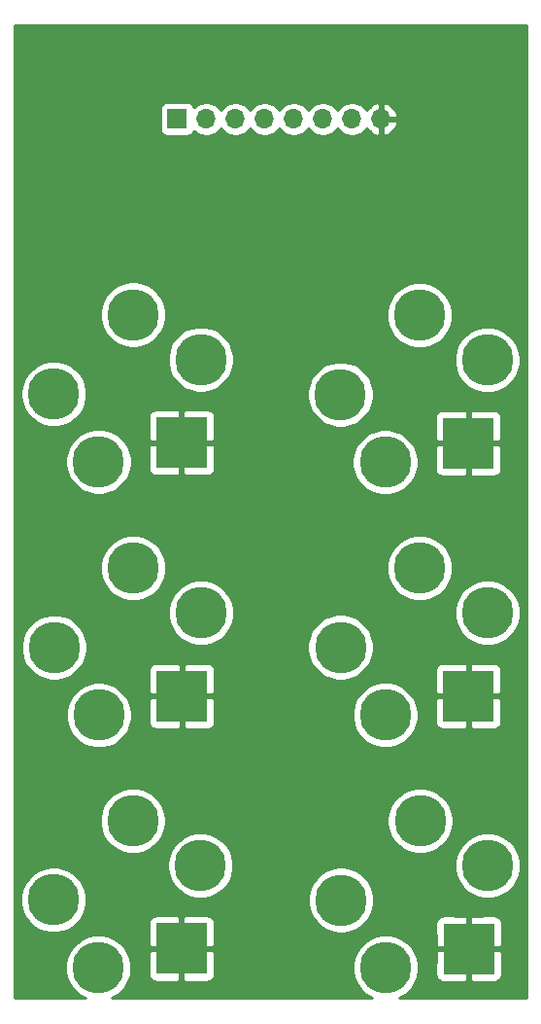
<source format=gbr>
%TF.GenerationSoftware,KiCad,Pcbnew,(5.1.9)-1*%
%TF.CreationDate,2021-08-22T21:38:48+01:00*%
%TF.ProjectId,Simple mixer jack panel,53696d70-6c65-4206-9d69-786572206a61,rev?*%
%TF.SameCoordinates,Original*%
%TF.FileFunction,Copper,L2,Bot*%
%TF.FilePolarity,Positive*%
%FSLAX46Y46*%
G04 Gerber Fmt 4.6, Leading zero omitted, Abs format (unit mm)*
G04 Created by KiCad (PCBNEW (5.1.9)-1) date 2021-08-22 21:38:48*
%MOMM*%
%LPD*%
G01*
G04 APERTURE LIST*
%TA.AperFunction,ComponentPad*%
%ADD10C,4.500000*%
%TD*%
%TA.AperFunction,ComponentPad*%
%ADD11R,4.500001X4.500001*%
%TD*%
%TA.AperFunction,ComponentPad*%
%ADD12C,4.500001*%
%TD*%
%TA.AperFunction,ComponentPad*%
%ADD13R,1.700000X1.700000*%
%TD*%
%TA.AperFunction,ComponentPad*%
%ADD14O,1.700000X1.700000*%
%TD*%
%TA.AperFunction,Conductor*%
%ADD15C,0.254000*%
%TD*%
%TA.AperFunction,Conductor*%
%ADD16C,0.100000*%
%TD*%
G04 APERTURE END LIST*
D10*
%TO.P,J1,T*%
%TO.N,/in1*%
X22610000Y-76650000D03*
D11*
%TO.P,J1,S*%
%TO.N,GND*%
X33750000Y-80890000D03*
D12*
%TO.P,J1,R*%
%TO.N,N/C*%
X29510000Y-69750000D03*
D10*
%TO.P,J1,TN*%
X26510000Y-82550000D03*
D12*
%TO.P,J1,RN*%
X35410000Y-73650000D03*
%TD*%
%TO.P,J2,RN*%
%TO.N,N/C*%
X60390000Y-73700000D03*
D10*
%TO.P,J2,TN*%
X51490000Y-82600000D03*
D12*
%TO.P,J2,R*%
X54490000Y-69800000D03*
D11*
%TO.P,J2,S*%
%TO.N,GND*%
X58730000Y-80940000D03*
D10*
%TO.P,J2,T*%
%TO.N,/in2*%
X47590000Y-76700000D03*
%TD*%
%TO.P,J3,T*%
%TO.N,/in3*%
X22630000Y-98720000D03*
D11*
%TO.P,J3,S*%
%TO.N,GND*%
X33770000Y-102960000D03*
D12*
%TO.P,J3,R*%
%TO.N,N/C*%
X29530000Y-91820000D03*
D10*
%TO.P,J3,TN*%
X26530000Y-104620000D03*
D12*
%TO.P,J3,RN*%
X35430000Y-95720000D03*
%TD*%
%TO.P,J4,RN*%
%TO.N,N/C*%
X60400000Y-95710000D03*
D10*
%TO.P,J4,TN*%
X51500000Y-104610000D03*
D12*
%TO.P,J4,R*%
X54500000Y-91810000D03*
D11*
%TO.P,J4,S*%
%TO.N,GND*%
X58740000Y-102950000D03*
D10*
%TO.P,J4,T*%
%TO.N,/in4*%
X47600000Y-98710000D03*
%TD*%
%TO.P,J5,T*%
%TO.N,/in5*%
X22590000Y-120710000D03*
D11*
%TO.P,J5,S*%
%TO.N,GND*%
X33730000Y-124950000D03*
D12*
%TO.P,J5,R*%
%TO.N,N/C*%
X29490000Y-113810000D03*
D10*
%TO.P,J5,TN*%
X26490000Y-126610000D03*
D12*
%TO.P,J5,RN*%
X35390000Y-117710000D03*
%TD*%
D13*
%TO.P,J6,1*%
%TO.N,/in1*%
X33360000Y-52730000D03*
D14*
%TO.P,J6,2*%
%TO.N,/in2*%
X35900000Y-52730000D03*
%TO.P,J6,3*%
%TO.N,/in3*%
X38440000Y-52730000D03*
%TO.P,J6,4*%
%TO.N,/in4*%
X40980000Y-52730000D03*
%TO.P,J6,5*%
%TO.N,/in5*%
X43520000Y-52730000D03*
%TO.P,J6,6*%
%TO.N,Net-(J6-Pad6)*%
X46060000Y-52730000D03*
%TO.P,J6,7*%
%TO.N,/out*%
X48600000Y-52730000D03*
%TO.P,J6,8*%
%TO.N,GND*%
X51140000Y-52730000D03*
%TD*%
D12*
%TO.P,J7,RN*%
%TO.N,N/C*%
X60440000Y-117720000D03*
D10*
%TO.P,J7,TN*%
X51540000Y-126620000D03*
D12*
%TO.P,J7,R*%
X54540000Y-113820000D03*
D11*
%TO.P,J7,S*%
%TO.N,GND*%
X58780000Y-124960000D03*
D10*
%TO.P,J7,T*%
%TO.N,/out*%
X47640000Y-120720000D03*
%TD*%
D15*
%TO.N,GND*%
X63850001Y-129261839D02*
X52700905Y-129261839D01*
X52906560Y-129176654D01*
X53379080Y-128860926D01*
X53780926Y-128459080D01*
X54096654Y-127986560D01*
X54314131Y-127461523D01*
X54364162Y-127210000D01*
X55891928Y-127210000D01*
X55904188Y-127334482D01*
X55940498Y-127454180D01*
X55999463Y-127564494D01*
X56078815Y-127661185D01*
X56175506Y-127740537D01*
X56285820Y-127799502D01*
X56405518Y-127835812D01*
X56530000Y-127848072D01*
X58494250Y-127845000D01*
X58653000Y-127686250D01*
X58653000Y-125087000D01*
X58907000Y-125087000D01*
X58907000Y-127686250D01*
X59065750Y-127845000D01*
X61030000Y-127848072D01*
X61154482Y-127835812D01*
X61274180Y-127799502D01*
X61384494Y-127740537D01*
X61481185Y-127661185D01*
X61560537Y-127564494D01*
X61619502Y-127454180D01*
X61655812Y-127334482D01*
X61668072Y-127210000D01*
X61665000Y-125245750D01*
X61506250Y-125087000D01*
X58907000Y-125087000D01*
X58653000Y-125087000D01*
X56053750Y-125087000D01*
X55895000Y-125245750D01*
X55891928Y-127210000D01*
X54364162Y-127210000D01*
X54425000Y-126904148D01*
X54425000Y-126335852D01*
X54314131Y-125778477D01*
X54096654Y-125253440D01*
X53780926Y-124780920D01*
X53379080Y-124379074D01*
X52906560Y-124063346D01*
X52381523Y-123845869D01*
X51824148Y-123735000D01*
X51255852Y-123735000D01*
X50698477Y-123845869D01*
X50173440Y-124063346D01*
X49700920Y-124379074D01*
X49299074Y-124780920D01*
X48983346Y-125253440D01*
X48765869Y-125778477D01*
X48655000Y-126335852D01*
X48655000Y-126904148D01*
X48765869Y-127461523D01*
X48983346Y-127986560D01*
X49299074Y-128459080D01*
X49700920Y-128860926D01*
X50173440Y-129176654D01*
X50379095Y-129261839D01*
X27626763Y-129261839D01*
X27856560Y-129166654D01*
X28329080Y-128850926D01*
X28730926Y-128449080D01*
X29046654Y-127976560D01*
X29264131Y-127451523D01*
X29314162Y-127200000D01*
X30841928Y-127200000D01*
X30854188Y-127324482D01*
X30890498Y-127444180D01*
X30949463Y-127554494D01*
X31028815Y-127651185D01*
X31125506Y-127730537D01*
X31235820Y-127789502D01*
X31355518Y-127825812D01*
X31480000Y-127838072D01*
X33444250Y-127835000D01*
X33603000Y-127676250D01*
X33603000Y-125077000D01*
X33857000Y-125077000D01*
X33857000Y-127676250D01*
X34015750Y-127835000D01*
X35980000Y-127838072D01*
X36104482Y-127825812D01*
X36224180Y-127789502D01*
X36334494Y-127730537D01*
X36431185Y-127651185D01*
X36510537Y-127554494D01*
X36569502Y-127444180D01*
X36605812Y-127324482D01*
X36618072Y-127200000D01*
X36615000Y-125235750D01*
X36456250Y-125077000D01*
X33857000Y-125077000D01*
X33603000Y-125077000D01*
X31003750Y-125077000D01*
X30845000Y-125235750D01*
X30841928Y-127200000D01*
X29314162Y-127200000D01*
X29375000Y-126894148D01*
X29375000Y-126325852D01*
X29264131Y-125768477D01*
X29046654Y-125243440D01*
X28730926Y-124770920D01*
X28329080Y-124369074D01*
X27856560Y-124053346D01*
X27331523Y-123835869D01*
X26774148Y-123725000D01*
X26205852Y-123725000D01*
X25648477Y-123835869D01*
X25123440Y-124053346D01*
X24650920Y-124369074D01*
X24249074Y-124770920D01*
X23933346Y-125243440D01*
X23715869Y-125768477D01*
X23605000Y-126325852D01*
X23605000Y-126894148D01*
X23715869Y-127451523D01*
X23933346Y-127976560D01*
X24249074Y-128449080D01*
X24650920Y-128850926D01*
X25123440Y-129166654D01*
X25353237Y-129261839D01*
X19170000Y-129261839D01*
X19170000Y-120425852D01*
X19705000Y-120425852D01*
X19705000Y-120994148D01*
X19815869Y-121551523D01*
X20033346Y-122076560D01*
X20349074Y-122549080D01*
X20750920Y-122950926D01*
X21223440Y-123266654D01*
X21748477Y-123484131D01*
X22305852Y-123595000D01*
X22874148Y-123595000D01*
X23431523Y-123484131D01*
X23956560Y-123266654D01*
X24429080Y-122950926D01*
X24680006Y-122700000D01*
X30841928Y-122700000D01*
X30845000Y-124664250D01*
X31003750Y-124823000D01*
X33603000Y-124823000D01*
X33603000Y-122223750D01*
X33857000Y-122223750D01*
X33857000Y-124823000D01*
X36456250Y-124823000D01*
X36615000Y-124664250D01*
X36618072Y-122700000D01*
X36605812Y-122575518D01*
X36569502Y-122455820D01*
X36510537Y-122345506D01*
X36431185Y-122248815D01*
X36334494Y-122169463D01*
X36224180Y-122110498D01*
X36104482Y-122074188D01*
X35980000Y-122061928D01*
X34015750Y-122065000D01*
X33857000Y-122223750D01*
X33603000Y-122223750D01*
X33444250Y-122065000D01*
X31480000Y-122061928D01*
X31355518Y-122074188D01*
X31235820Y-122110498D01*
X31125506Y-122169463D01*
X31028815Y-122248815D01*
X30949463Y-122345506D01*
X30890498Y-122455820D01*
X30854188Y-122575518D01*
X30841928Y-122700000D01*
X24680006Y-122700000D01*
X24830926Y-122549080D01*
X25146654Y-122076560D01*
X25364131Y-121551523D01*
X25475000Y-120994148D01*
X25475000Y-120425852D01*
X25364131Y-119868477D01*
X25146654Y-119343440D01*
X24830926Y-118870920D01*
X24429080Y-118469074D01*
X23956560Y-118153346D01*
X23431523Y-117935869D01*
X22874148Y-117825000D01*
X22305852Y-117825000D01*
X21748477Y-117935869D01*
X21223440Y-118153346D01*
X20750920Y-118469074D01*
X20349074Y-118870920D01*
X20033346Y-119343440D01*
X19815869Y-119868477D01*
X19705000Y-120425852D01*
X19170000Y-120425852D01*
X19170000Y-117425852D01*
X32505000Y-117425852D01*
X32505000Y-117994148D01*
X32615869Y-118551523D01*
X32833346Y-119076560D01*
X33149074Y-119549080D01*
X33550920Y-119950926D01*
X34023440Y-120266654D01*
X34548477Y-120484131D01*
X35105852Y-120595000D01*
X35674148Y-120595000D01*
X36231523Y-120484131D01*
X36348079Y-120435852D01*
X44755000Y-120435852D01*
X44755000Y-121004148D01*
X44865869Y-121561523D01*
X45083346Y-122086560D01*
X45399074Y-122559080D01*
X45800920Y-122960926D01*
X46273440Y-123276654D01*
X46798477Y-123494131D01*
X47355852Y-123605000D01*
X47924148Y-123605000D01*
X48481523Y-123494131D01*
X49006560Y-123276654D01*
X49479080Y-122960926D01*
X49730006Y-122710000D01*
X55891928Y-122710000D01*
X55895000Y-124674250D01*
X56053750Y-124833000D01*
X58653000Y-124833000D01*
X58653000Y-122233750D01*
X58907000Y-122233750D01*
X58907000Y-124833000D01*
X61506250Y-124833000D01*
X61665000Y-124674250D01*
X61668072Y-122710000D01*
X61655812Y-122585518D01*
X61619502Y-122465820D01*
X61560537Y-122355506D01*
X61481185Y-122258815D01*
X61384494Y-122179463D01*
X61274180Y-122120498D01*
X61154482Y-122084188D01*
X61030000Y-122071928D01*
X59065750Y-122075000D01*
X58907000Y-122233750D01*
X58653000Y-122233750D01*
X58494250Y-122075000D01*
X56530000Y-122071928D01*
X56405518Y-122084188D01*
X56285820Y-122120498D01*
X56175506Y-122179463D01*
X56078815Y-122258815D01*
X55999463Y-122355506D01*
X55940498Y-122465820D01*
X55904188Y-122585518D01*
X55891928Y-122710000D01*
X49730006Y-122710000D01*
X49880926Y-122559080D01*
X50196654Y-122086560D01*
X50414131Y-121561523D01*
X50525000Y-121004148D01*
X50525000Y-120435852D01*
X50414131Y-119878477D01*
X50196654Y-119353440D01*
X49880926Y-118880920D01*
X49479080Y-118479074D01*
X49006560Y-118163346D01*
X48481523Y-117945869D01*
X47924148Y-117835000D01*
X47355852Y-117835000D01*
X46798477Y-117945869D01*
X46273440Y-118163346D01*
X45800920Y-118479074D01*
X45399074Y-118880920D01*
X45083346Y-119353440D01*
X44865869Y-119878477D01*
X44755000Y-120435852D01*
X36348079Y-120435852D01*
X36756560Y-120266654D01*
X37229080Y-119950926D01*
X37630926Y-119549080D01*
X37946654Y-119076560D01*
X38164131Y-118551523D01*
X38275000Y-117994148D01*
X38275000Y-117435852D01*
X57555000Y-117435852D01*
X57555000Y-118004148D01*
X57665869Y-118561523D01*
X57883346Y-119086560D01*
X58199074Y-119559080D01*
X58600920Y-119960926D01*
X59073440Y-120276654D01*
X59598477Y-120494131D01*
X60155852Y-120605000D01*
X60724148Y-120605000D01*
X61281523Y-120494131D01*
X61806560Y-120276654D01*
X62279080Y-119960926D01*
X62680926Y-119559080D01*
X62996654Y-119086560D01*
X63214131Y-118561523D01*
X63325000Y-118004148D01*
X63325000Y-117435852D01*
X63214131Y-116878477D01*
X62996654Y-116353440D01*
X62680926Y-115880920D01*
X62279080Y-115479074D01*
X61806560Y-115163346D01*
X61281523Y-114945869D01*
X60724148Y-114835000D01*
X60155852Y-114835000D01*
X59598477Y-114945869D01*
X59073440Y-115163346D01*
X58600920Y-115479074D01*
X58199074Y-115880920D01*
X57883346Y-116353440D01*
X57665869Y-116878477D01*
X57555000Y-117435852D01*
X38275000Y-117435852D01*
X38275000Y-117425852D01*
X38164131Y-116868477D01*
X37946654Y-116343440D01*
X37630926Y-115870920D01*
X37229080Y-115469074D01*
X36756560Y-115153346D01*
X36231523Y-114935869D01*
X35674148Y-114825000D01*
X35105852Y-114825000D01*
X34548477Y-114935869D01*
X34023440Y-115153346D01*
X33550920Y-115469074D01*
X33149074Y-115870920D01*
X32833346Y-116343440D01*
X32615869Y-116868477D01*
X32505000Y-117425852D01*
X19170000Y-117425852D01*
X19170000Y-113525852D01*
X26605000Y-113525852D01*
X26605000Y-114094148D01*
X26715869Y-114651523D01*
X26933346Y-115176560D01*
X27249074Y-115649080D01*
X27650920Y-116050926D01*
X28123440Y-116366654D01*
X28648477Y-116584131D01*
X29205852Y-116695000D01*
X29774148Y-116695000D01*
X30331523Y-116584131D01*
X30856560Y-116366654D01*
X31329080Y-116050926D01*
X31730926Y-115649080D01*
X32046654Y-115176560D01*
X32264131Y-114651523D01*
X32375000Y-114094148D01*
X32375000Y-113535852D01*
X51655000Y-113535852D01*
X51655000Y-114104148D01*
X51765869Y-114661523D01*
X51983346Y-115186560D01*
X52299074Y-115659080D01*
X52700920Y-116060926D01*
X53173440Y-116376654D01*
X53698477Y-116594131D01*
X54255852Y-116705000D01*
X54824148Y-116705000D01*
X55381523Y-116594131D01*
X55906560Y-116376654D01*
X56379080Y-116060926D01*
X56780926Y-115659080D01*
X57096654Y-115186560D01*
X57314131Y-114661523D01*
X57425000Y-114104148D01*
X57425000Y-113535852D01*
X57314131Y-112978477D01*
X57096654Y-112453440D01*
X56780926Y-111980920D01*
X56379080Y-111579074D01*
X55906560Y-111263346D01*
X55381523Y-111045869D01*
X54824148Y-110935000D01*
X54255852Y-110935000D01*
X53698477Y-111045869D01*
X53173440Y-111263346D01*
X52700920Y-111579074D01*
X52299074Y-111980920D01*
X51983346Y-112453440D01*
X51765869Y-112978477D01*
X51655000Y-113535852D01*
X32375000Y-113535852D01*
X32375000Y-113525852D01*
X32264131Y-112968477D01*
X32046654Y-112443440D01*
X31730926Y-111970920D01*
X31329080Y-111569074D01*
X30856560Y-111253346D01*
X30331523Y-111035869D01*
X29774148Y-110925000D01*
X29205852Y-110925000D01*
X28648477Y-111035869D01*
X28123440Y-111253346D01*
X27650920Y-111569074D01*
X27249074Y-111970920D01*
X26933346Y-112443440D01*
X26715869Y-112968477D01*
X26605000Y-113525852D01*
X19170000Y-113525852D01*
X19170000Y-104335852D01*
X23645000Y-104335852D01*
X23645000Y-104904148D01*
X23755869Y-105461523D01*
X23973346Y-105986560D01*
X24289074Y-106459080D01*
X24690920Y-106860926D01*
X25163440Y-107176654D01*
X25688477Y-107394131D01*
X26245852Y-107505000D01*
X26814148Y-107505000D01*
X27371523Y-107394131D01*
X27896560Y-107176654D01*
X28369080Y-106860926D01*
X28770926Y-106459080D01*
X29086654Y-105986560D01*
X29304131Y-105461523D01*
X29354162Y-105210000D01*
X30881928Y-105210000D01*
X30894188Y-105334482D01*
X30930498Y-105454180D01*
X30989463Y-105564494D01*
X31068815Y-105661185D01*
X31165506Y-105740537D01*
X31275820Y-105799502D01*
X31395518Y-105835812D01*
X31520000Y-105848072D01*
X33484250Y-105845000D01*
X33643000Y-105686250D01*
X33643000Y-103087000D01*
X33897000Y-103087000D01*
X33897000Y-105686250D01*
X34055750Y-105845000D01*
X36020000Y-105848072D01*
X36144482Y-105835812D01*
X36264180Y-105799502D01*
X36374494Y-105740537D01*
X36471185Y-105661185D01*
X36550537Y-105564494D01*
X36609502Y-105454180D01*
X36645812Y-105334482D01*
X36658072Y-105210000D01*
X36656690Y-104325852D01*
X48615000Y-104325852D01*
X48615000Y-104894148D01*
X48725869Y-105451523D01*
X48943346Y-105976560D01*
X49259074Y-106449080D01*
X49660920Y-106850926D01*
X50133440Y-107166654D01*
X50658477Y-107384131D01*
X51215852Y-107495000D01*
X51784148Y-107495000D01*
X52341523Y-107384131D01*
X52866560Y-107166654D01*
X53339080Y-106850926D01*
X53740926Y-106449080D01*
X54056654Y-105976560D01*
X54274131Y-105451523D01*
X54324162Y-105200000D01*
X55851928Y-105200000D01*
X55864188Y-105324482D01*
X55900498Y-105444180D01*
X55959463Y-105554494D01*
X56038815Y-105651185D01*
X56135506Y-105730537D01*
X56245820Y-105789502D01*
X56365518Y-105825812D01*
X56490000Y-105838072D01*
X58454250Y-105835000D01*
X58613000Y-105676250D01*
X58613000Y-103077000D01*
X58867000Y-103077000D01*
X58867000Y-105676250D01*
X59025750Y-105835000D01*
X60990000Y-105838072D01*
X61114482Y-105825812D01*
X61234180Y-105789502D01*
X61344494Y-105730537D01*
X61441185Y-105651185D01*
X61520537Y-105554494D01*
X61579502Y-105444180D01*
X61615812Y-105324482D01*
X61628072Y-105200000D01*
X61625000Y-103235750D01*
X61466250Y-103077000D01*
X58867000Y-103077000D01*
X58613000Y-103077000D01*
X56013750Y-103077000D01*
X55855000Y-103235750D01*
X55851928Y-105200000D01*
X54324162Y-105200000D01*
X54385000Y-104894148D01*
X54385000Y-104325852D01*
X54274131Y-103768477D01*
X54056654Y-103243440D01*
X53740926Y-102770920D01*
X53339080Y-102369074D01*
X52866560Y-102053346D01*
X52341523Y-101835869D01*
X51784148Y-101725000D01*
X51215852Y-101725000D01*
X50658477Y-101835869D01*
X50133440Y-102053346D01*
X49660920Y-102369074D01*
X49259074Y-102770920D01*
X48943346Y-103243440D01*
X48725869Y-103768477D01*
X48615000Y-104325852D01*
X36656690Y-104325852D01*
X36655000Y-103245750D01*
X36496250Y-103087000D01*
X33897000Y-103087000D01*
X33643000Y-103087000D01*
X31043750Y-103087000D01*
X30885000Y-103245750D01*
X30881928Y-105210000D01*
X29354162Y-105210000D01*
X29415000Y-104904148D01*
X29415000Y-104335852D01*
X29304131Y-103778477D01*
X29086654Y-103253440D01*
X28770926Y-102780920D01*
X28369080Y-102379074D01*
X27896560Y-102063346D01*
X27371523Y-101845869D01*
X26814148Y-101735000D01*
X26245852Y-101735000D01*
X25688477Y-101845869D01*
X25163440Y-102063346D01*
X24690920Y-102379074D01*
X24289074Y-102780920D01*
X23973346Y-103253440D01*
X23755869Y-103778477D01*
X23645000Y-104335852D01*
X19170000Y-104335852D01*
X19170000Y-98435852D01*
X19745000Y-98435852D01*
X19745000Y-99004148D01*
X19855869Y-99561523D01*
X20073346Y-100086560D01*
X20389074Y-100559080D01*
X20790920Y-100960926D01*
X21263440Y-101276654D01*
X21788477Y-101494131D01*
X22345852Y-101605000D01*
X22914148Y-101605000D01*
X23471523Y-101494131D01*
X23996560Y-101276654D01*
X24469080Y-100960926D01*
X24720006Y-100710000D01*
X30881928Y-100710000D01*
X30885000Y-102674250D01*
X31043750Y-102833000D01*
X33643000Y-102833000D01*
X33643000Y-100233750D01*
X33897000Y-100233750D01*
X33897000Y-102833000D01*
X36496250Y-102833000D01*
X36655000Y-102674250D01*
X36658072Y-100710000D01*
X36645812Y-100585518D01*
X36609502Y-100465820D01*
X36550537Y-100355506D01*
X36471185Y-100258815D01*
X36374494Y-100179463D01*
X36264180Y-100120498D01*
X36144482Y-100084188D01*
X36020000Y-100071928D01*
X34055750Y-100075000D01*
X33897000Y-100233750D01*
X33643000Y-100233750D01*
X33484250Y-100075000D01*
X31520000Y-100071928D01*
X31395518Y-100084188D01*
X31275820Y-100120498D01*
X31165506Y-100179463D01*
X31068815Y-100258815D01*
X30989463Y-100355506D01*
X30930498Y-100465820D01*
X30894188Y-100585518D01*
X30881928Y-100710000D01*
X24720006Y-100710000D01*
X24870926Y-100559080D01*
X25186654Y-100086560D01*
X25404131Y-99561523D01*
X25515000Y-99004148D01*
X25515000Y-98435852D01*
X25404131Y-97878477D01*
X25186654Y-97353440D01*
X24870926Y-96880920D01*
X24469080Y-96479074D01*
X23996560Y-96163346D01*
X23471523Y-95945869D01*
X22914148Y-95835000D01*
X22345852Y-95835000D01*
X21788477Y-95945869D01*
X21263440Y-96163346D01*
X20790920Y-96479074D01*
X20389074Y-96880920D01*
X20073346Y-97353440D01*
X19855869Y-97878477D01*
X19745000Y-98435852D01*
X19170000Y-98435852D01*
X19170000Y-95435852D01*
X32545000Y-95435852D01*
X32545000Y-96004148D01*
X32655869Y-96561523D01*
X32873346Y-97086560D01*
X33189074Y-97559080D01*
X33590920Y-97960926D01*
X34063440Y-98276654D01*
X34588477Y-98494131D01*
X35145852Y-98605000D01*
X35714148Y-98605000D01*
X36271523Y-98494131D01*
X36436363Y-98425852D01*
X44715000Y-98425852D01*
X44715000Y-98994148D01*
X44825869Y-99551523D01*
X45043346Y-100076560D01*
X45359074Y-100549080D01*
X45760920Y-100950926D01*
X46233440Y-101266654D01*
X46758477Y-101484131D01*
X47315852Y-101595000D01*
X47884148Y-101595000D01*
X48441523Y-101484131D01*
X48966560Y-101266654D01*
X49439080Y-100950926D01*
X49690006Y-100700000D01*
X55851928Y-100700000D01*
X55855000Y-102664250D01*
X56013750Y-102823000D01*
X58613000Y-102823000D01*
X58613000Y-100223750D01*
X58867000Y-100223750D01*
X58867000Y-102823000D01*
X61466250Y-102823000D01*
X61625000Y-102664250D01*
X61628072Y-100700000D01*
X61615812Y-100575518D01*
X61579502Y-100455820D01*
X61520537Y-100345506D01*
X61441185Y-100248815D01*
X61344494Y-100169463D01*
X61234180Y-100110498D01*
X61114482Y-100074188D01*
X60990000Y-100061928D01*
X59025750Y-100065000D01*
X58867000Y-100223750D01*
X58613000Y-100223750D01*
X58454250Y-100065000D01*
X56490000Y-100061928D01*
X56365518Y-100074188D01*
X56245820Y-100110498D01*
X56135506Y-100169463D01*
X56038815Y-100248815D01*
X55959463Y-100345506D01*
X55900498Y-100455820D01*
X55864188Y-100575518D01*
X55851928Y-100700000D01*
X49690006Y-100700000D01*
X49840926Y-100549080D01*
X50156654Y-100076560D01*
X50374131Y-99551523D01*
X50485000Y-98994148D01*
X50485000Y-98425852D01*
X50374131Y-97868477D01*
X50156654Y-97343440D01*
X49840926Y-96870920D01*
X49439080Y-96469074D01*
X48966560Y-96153346D01*
X48441523Y-95935869D01*
X47884148Y-95825000D01*
X47315852Y-95825000D01*
X46758477Y-95935869D01*
X46233440Y-96153346D01*
X45760920Y-96469074D01*
X45359074Y-96870920D01*
X45043346Y-97343440D01*
X44825869Y-97868477D01*
X44715000Y-98425852D01*
X36436363Y-98425852D01*
X36796560Y-98276654D01*
X37269080Y-97960926D01*
X37670926Y-97559080D01*
X37986654Y-97086560D01*
X38204131Y-96561523D01*
X38315000Y-96004148D01*
X38315000Y-95435852D01*
X38313011Y-95425852D01*
X57515000Y-95425852D01*
X57515000Y-95994148D01*
X57625869Y-96551523D01*
X57843346Y-97076560D01*
X58159074Y-97549080D01*
X58560920Y-97950926D01*
X59033440Y-98266654D01*
X59558477Y-98484131D01*
X60115852Y-98595000D01*
X60684148Y-98595000D01*
X61241523Y-98484131D01*
X61766560Y-98266654D01*
X62239080Y-97950926D01*
X62640926Y-97549080D01*
X62956654Y-97076560D01*
X63174131Y-96551523D01*
X63285000Y-95994148D01*
X63285000Y-95425852D01*
X63174131Y-94868477D01*
X62956654Y-94343440D01*
X62640926Y-93870920D01*
X62239080Y-93469074D01*
X61766560Y-93153346D01*
X61241523Y-92935869D01*
X60684148Y-92825000D01*
X60115852Y-92825000D01*
X59558477Y-92935869D01*
X59033440Y-93153346D01*
X58560920Y-93469074D01*
X58159074Y-93870920D01*
X57843346Y-94343440D01*
X57625869Y-94868477D01*
X57515000Y-95425852D01*
X38313011Y-95425852D01*
X38204131Y-94878477D01*
X37986654Y-94353440D01*
X37670926Y-93880920D01*
X37269080Y-93479074D01*
X36796560Y-93163346D01*
X36271523Y-92945869D01*
X35714148Y-92835000D01*
X35145852Y-92835000D01*
X34588477Y-92945869D01*
X34063440Y-93163346D01*
X33590920Y-93479074D01*
X33189074Y-93880920D01*
X32873346Y-94353440D01*
X32655869Y-94878477D01*
X32545000Y-95435852D01*
X19170000Y-95435852D01*
X19170000Y-91535852D01*
X26645000Y-91535852D01*
X26645000Y-92104148D01*
X26755869Y-92661523D01*
X26973346Y-93186560D01*
X27289074Y-93659080D01*
X27690920Y-94060926D01*
X28163440Y-94376654D01*
X28688477Y-94594131D01*
X29245852Y-94705000D01*
X29814148Y-94705000D01*
X30371523Y-94594131D01*
X30896560Y-94376654D01*
X31369080Y-94060926D01*
X31770926Y-93659080D01*
X32086654Y-93186560D01*
X32304131Y-92661523D01*
X32415000Y-92104148D01*
X32415000Y-91535852D01*
X32413011Y-91525852D01*
X51615000Y-91525852D01*
X51615000Y-92094148D01*
X51725869Y-92651523D01*
X51943346Y-93176560D01*
X52259074Y-93649080D01*
X52660920Y-94050926D01*
X53133440Y-94366654D01*
X53658477Y-94584131D01*
X54215852Y-94695000D01*
X54784148Y-94695000D01*
X55341523Y-94584131D01*
X55866560Y-94366654D01*
X56339080Y-94050926D01*
X56740926Y-93649080D01*
X57056654Y-93176560D01*
X57274131Y-92651523D01*
X57385000Y-92094148D01*
X57385000Y-91525852D01*
X57274131Y-90968477D01*
X57056654Y-90443440D01*
X56740926Y-89970920D01*
X56339080Y-89569074D01*
X55866560Y-89253346D01*
X55341523Y-89035869D01*
X54784148Y-88925000D01*
X54215852Y-88925000D01*
X53658477Y-89035869D01*
X53133440Y-89253346D01*
X52660920Y-89569074D01*
X52259074Y-89970920D01*
X51943346Y-90443440D01*
X51725869Y-90968477D01*
X51615000Y-91525852D01*
X32413011Y-91525852D01*
X32304131Y-90978477D01*
X32086654Y-90453440D01*
X31770926Y-89980920D01*
X31369080Y-89579074D01*
X30896560Y-89263346D01*
X30371523Y-89045869D01*
X29814148Y-88935000D01*
X29245852Y-88935000D01*
X28688477Y-89045869D01*
X28163440Y-89263346D01*
X27690920Y-89579074D01*
X27289074Y-89980920D01*
X26973346Y-90453440D01*
X26755869Y-90978477D01*
X26645000Y-91535852D01*
X19170000Y-91535852D01*
X19170000Y-82265852D01*
X23625000Y-82265852D01*
X23625000Y-82834148D01*
X23735869Y-83391523D01*
X23953346Y-83916560D01*
X24269074Y-84389080D01*
X24670920Y-84790926D01*
X25143440Y-85106654D01*
X25668477Y-85324131D01*
X26225852Y-85435000D01*
X26794148Y-85435000D01*
X27351523Y-85324131D01*
X27876560Y-85106654D01*
X28349080Y-84790926D01*
X28750926Y-84389080D01*
X29066654Y-83916560D01*
X29284131Y-83391523D01*
X29334162Y-83140000D01*
X30861928Y-83140000D01*
X30874188Y-83264482D01*
X30910498Y-83384180D01*
X30969463Y-83494494D01*
X31048815Y-83591185D01*
X31145506Y-83670537D01*
X31255820Y-83729502D01*
X31375518Y-83765812D01*
X31500000Y-83778072D01*
X33464250Y-83775000D01*
X33623000Y-83616250D01*
X33623000Y-81017000D01*
X33877000Y-81017000D01*
X33877000Y-83616250D01*
X34035750Y-83775000D01*
X36000000Y-83778072D01*
X36124482Y-83765812D01*
X36244180Y-83729502D01*
X36354494Y-83670537D01*
X36451185Y-83591185D01*
X36530537Y-83494494D01*
X36589502Y-83384180D01*
X36625812Y-83264482D01*
X36638072Y-83140000D01*
X36636784Y-82315852D01*
X48605000Y-82315852D01*
X48605000Y-82884148D01*
X48715869Y-83441523D01*
X48933346Y-83966560D01*
X49249074Y-84439080D01*
X49650920Y-84840926D01*
X50123440Y-85156654D01*
X50648477Y-85374131D01*
X51205852Y-85485000D01*
X51774148Y-85485000D01*
X52331523Y-85374131D01*
X52856560Y-85156654D01*
X53329080Y-84840926D01*
X53730926Y-84439080D01*
X54046654Y-83966560D01*
X54264131Y-83441523D01*
X54314162Y-83190000D01*
X55841928Y-83190000D01*
X55854188Y-83314482D01*
X55890498Y-83434180D01*
X55949463Y-83544494D01*
X56028815Y-83641185D01*
X56125506Y-83720537D01*
X56235820Y-83779502D01*
X56355518Y-83815812D01*
X56480000Y-83828072D01*
X58444250Y-83825000D01*
X58603000Y-83666250D01*
X58603000Y-81067000D01*
X58857000Y-81067000D01*
X58857000Y-83666250D01*
X59015750Y-83825000D01*
X60980000Y-83828072D01*
X61104482Y-83815812D01*
X61224180Y-83779502D01*
X61334494Y-83720537D01*
X61431185Y-83641185D01*
X61510537Y-83544494D01*
X61569502Y-83434180D01*
X61605812Y-83314482D01*
X61618072Y-83190000D01*
X61615000Y-81225750D01*
X61456250Y-81067000D01*
X58857000Y-81067000D01*
X58603000Y-81067000D01*
X56003750Y-81067000D01*
X55845000Y-81225750D01*
X55841928Y-83190000D01*
X54314162Y-83190000D01*
X54375000Y-82884148D01*
X54375000Y-82315852D01*
X54264131Y-81758477D01*
X54046654Y-81233440D01*
X53730926Y-80760920D01*
X53329080Y-80359074D01*
X52856560Y-80043346D01*
X52331523Y-79825869D01*
X51774148Y-79715000D01*
X51205852Y-79715000D01*
X50648477Y-79825869D01*
X50123440Y-80043346D01*
X49650920Y-80359074D01*
X49249074Y-80760920D01*
X48933346Y-81233440D01*
X48715869Y-81758477D01*
X48605000Y-82315852D01*
X36636784Y-82315852D01*
X36635000Y-81175750D01*
X36476250Y-81017000D01*
X33877000Y-81017000D01*
X33623000Y-81017000D01*
X31023750Y-81017000D01*
X30865000Y-81175750D01*
X30861928Y-83140000D01*
X29334162Y-83140000D01*
X29395000Y-82834148D01*
X29395000Y-82265852D01*
X29284131Y-81708477D01*
X29066654Y-81183440D01*
X28750926Y-80710920D01*
X28349080Y-80309074D01*
X27876560Y-79993346D01*
X27351523Y-79775869D01*
X26794148Y-79665000D01*
X26225852Y-79665000D01*
X25668477Y-79775869D01*
X25143440Y-79993346D01*
X24670920Y-80309074D01*
X24269074Y-80710920D01*
X23953346Y-81183440D01*
X23735869Y-81708477D01*
X23625000Y-82265852D01*
X19170000Y-82265852D01*
X19170000Y-76365852D01*
X19725000Y-76365852D01*
X19725000Y-76934148D01*
X19835869Y-77491523D01*
X20053346Y-78016560D01*
X20369074Y-78489080D01*
X20770920Y-78890926D01*
X21243440Y-79206654D01*
X21768477Y-79424131D01*
X22325852Y-79535000D01*
X22894148Y-79535000D01*
X23451523Y-79424131D01*
X23976560Y-79206654D01*
X24449080Y-78890926D01*
X24700006Y-78640000D01*
X30861928Y-78640000D01*
X30865000Y-80604250D01*
X31023750Y-80763000D01*
X33623000Y-80763000D01*
X33623000Y-78163750D01*
X33877000Y-78163750D01*
X33877000Y-80763000D01*
X36476250Y-80763000D01*
X36635000Y-80604250D01*
X36638072Y-78640000D01*
X36625812Y-78515518D01*
X36589502Y-78395820D01*
X36530537Y-78285506D01*
X36451185Y-78188815D01*
X36354494Y-78109463D01*
X36244180Y-78050498D01*
X36124482Y-78014188D01*
X36000000Y-78001928D01*
X34035750Y-78005000D01*
X33877000Y-78163750D01*
X33623000Y-78163750D01*
X33464250Y-78005000D01*
X31500000Y-78001928D01*
X31375518Y-78014188D01*
X31255820Y-78050498D01*
X31145506Y-78109463D01*
X31048815Y-78188815D01*
X30969463Y-78285506D01*
X30910498Y-78395820D01*
X30874188Y-78515518D01*
X30861928Y-78640000D01*
X24700006Y-78640000D01*
X24850926Y-78489080D01*
X25166654Y-78016560D01*
X25384131Y-77491523D01*
X25495000Y-76934148D01*
X25495000Y-76365852D01*
X25384131Y-75808477D01*
X25166654Y-75283440D01*
X24850926Y-74810920D01*
X24449080Y-74409074D01*
X23976560Y-74093346D01*
X23451523Y-73875869D01*
X22894148Y-73765000D01*
X22325852Y-73765000D01*
X21768477Y-73875869D01*
X21243440Y-74093346D01*
X20770920Y-74409074D01*
X20369074Y-74810920D01*
X20053346Y-75283440D01*
X19835869Y-75808477D01*
X19725000Y-76365852D01*
X19170000Y-76365852D01*
X19170000Y-73365852D01*
X32525000Y-73365852D01*
X32525000Y-73934148D01*
X32635869Y-74491523D01*
X32853346Y-75016560D01*
X33169074Y-75489080D01*
X33570920Y-75890926D01*
X34043440Y-76206654D01*
X34568477Y-76424131D01*
X35125852Y-76535000D01*
X35694148Y-76535000D01*
X36251523Y-76424131D01*
X36271510Y-76415852D01*
X44705000Y-76415852D01*
X44705000Y-76984148D01*
X44815869Y-77541523D01*
X45033346Y-78066560D01*
X45349074Y-78539080D01*
X45750920Y-78940926D01*
X46223440Y-79256654D01*
X46748477Y-79474131D01*
X47305852Y-79585000D01*
X47874148Y-79585000D01*
X48431523Y-79474131D01*
X48956560Y-79256654D01*
X49429080Y-78940926D01*
X49680006Y-78690000D01*
X55841928Y-78690000D01*
X55845000Y-80654250D01*
X56003750Y-80813000D01*
X58603000Y-80813000D01*
X58603000Y-78213750D01*
X58857000Y-78213750D01*
X58857000Y-80813000D01*
X61456250Y-80813000D01*
X61615000Y-80654250D01*
X61618072Y-78690000D01*
X61605812Y-78565518D01*
X61569502Y-78445820D01*
X61510537Y-78335506D01*
X61431185Y-78238815D01*
X61334494Y-78159463D01*
X61224180Y-78100498D01*
X61104482Y-78064188D01*
X60980000Y-78051928D01*
X59015750Y-78055000D01*
X58857000Y-78213750D01*
X58603000Y-78213750D01*
X58444250Y-78055000D01*
X56480000Y-78051928D01*
X56355518Y-78064188D01*
X56235820Y-78100498D01*
X56125506Y-78159463D01*
X56028815Y-78238815D01*
X55949463Y-78335506D01*
X55890498Y-78445820D01*
X55854188Y-78565518D01*
X55841928Y-78690000D01*
X49680006Y-78690000D01*
X49830926Y-78539080D01*
X50146654Y-78066560D01*
X50364131Y-77541523D01*
X50475000Y-76984148D01*
X50475000Y-76415852D01*
X50364131Y-75858477D01*
X50146654Y-75333440D01*
X49830926Y-74860920D01*
X49429080Y-74459074D01*
X48956560Y-74143346D01*
X48431523Y-73925869D01*
X47874148Y-73815000D01*
X47305852Y-73815000D01*
X46748477Y-73925869D01*
X46223440Y-74143346D01*
X45750920Y-74459074D01*
X45349074Y-74860920D01*
X45033346Y-75333440D01*
X44815869Y-75858477D01*
X44705000Y-76415852D01*
X36271510Y-76415852D01*
X36776560Y-76206654D01*
X37249080Y-75890926D01*
X37650926Y-75489080D01*
X37966654Y-75016560D01*
X38184131Y-74491523D01*
X38295000Y-73934148D01*
X38295000Y-73415852D01*
X57505000Y-73415852D01*
X57505000Y-73984148D01*
X57615869Y-74541523D01*
X57833346Y-75066560D01*
X58149074Y-75539080D01*
X58550920Y-75940926D01*
X59023440Y-76256654D01*
X59548477Y-76474131D01*
X60105852Y-76585000D01*
X60674148Y-76585000D01*
X61231523Y-76474131D01*
X61756560Y-76256654D01*
X62229080Y-75940926D01*
X62630926Y-75539080D01*
X62946654Y-75066560D01*
X63164131Y-74541523D01*
X63275000Y-73984148D01*
X63275000Y-73415852D01*
X63164131Y-72858477D01*
X62946654Y-72333440D01*
X62630926Y-71860920D01*
X62229080Y-71459074D01*
X61756560Y-71143346D01*
X61231523Y-70925869D01*
X60674148Y-70815000D01*
X60105852Y-70815000D01*
X59548477Y-70925869D01*
X59023440Y-71143346D01*
X58550920Y-71459074D01*
X58149074Y-71860920D01*
X57833346Y-72333440D01*
X57615869Y-72858477D01*
X57505000Y-73415852D01*
X38295000Y-73415852D01*
X38295000Y-73365852D01*
X38184131Y-72808477D01*
X37966654Y-72283440D01*
X37650926Y-71810920D01*
X37249080Y-71409074D01*
X36776560Y-71093346D01*
X36251523Y-70875869D01*
X35694148Y-70765000D01*
X35125852Y-70765000D01*
X34568477Y-70875869D01*
X34043440Y-71093346D01*
X33570920Y-71409074D01*
X33169074Y-71810920D01*
X32853346Y-72283440D01*
X32635869Y-72808477D01*
X32525000Y-73365852D01*
X19170000Y-73365852D01*
X19170000Y-69465852D01*
X26625000Y-69465852D01*
X26625000Y-70034148D01*
X26735869Y-70591523D01*
X26953346Y-71116560D01*
X27269074Y-71589080D01*
X27670920Y-71990926D01*
X28143440Y-72306654D01*
X28668477Y-72524131D01*
X29225852Y-72635000D01*
X29794148Y-72635000D01*
X30351523Y-72524131D01*
X30876560Y-72306654D01*
X31349080Y-71990926D01*
X31750926Y-71589080D01*
X32066654Y-71116560D01*
X32284131Y-70591523D01*
X32395000Y-70034148D01*
X32395000Y-69515852D01*
X51605000Y-69515852D01*
X51605000Y-70084148D01*
X51715869Y-70641523D01*
X51933346Y-71166560D01*
X52249074Y-71639080D01*
X52650920Y-72040926D01*
X53123440Y-72356654D01*
X53648477Y-72574131D01*
X54205852Y-72685000D01*
X54774148Y-72685000D01*
X55331523Y-72574131D01*
X55856560Y-72356654D01*
X56329080Y-72040926D01*
X56730926Y-71639080D01*
X57046654Y-71166560D01*
X57264131Y-70641523D01*
X57375000Y-70084148D01*
X57375000Y-69515852D01*
X57264131Y-68958477D01*
X57046654Y-68433440D01*
X56730926Y-67960920D01*
X56329080Y-67559074D01*
X55856560Y-67243346D01*
X55331523Y-67025869D01*
X54774148Y-66915000D01*
X54205852Y-66915000D01*
X53648477Y-67025869D01*
X53123440Y-67243346D01*
X52650920Y-67559074D01*
X52249074Y-67960920D01*
X51933346Y-68433440D01*
X51715869Y-68958477D01*
X51605000Y-69515852D01*
X32395000Y-69515852D01*
X32395000Y-69465852D01*
X32284131Y-68908477D01*
X32066654Y-68383440D01*
X31750926Y-67910920D01*
X31349080Y-67509074D01*
X30876560Y-67193346D01*
X30351523Y-66975869D01*
X29794148Y-66865000D01*
X29225852Y-66865000D01*
X28668477Y-66975869D01*
X28143440Y-67193346D01*
X27670920Y-67509074D01*
X27269074Y-67910920D01*
X26953346Y-68383440D01*
X26735869Y-68908477D01*
X26625000Y-69465852D01*
X19170000Y-69465852D01*
X19170000Y-51880000D01*
X31871928Y-51880000D01*
X31871928Y-53580000D01*
X31884188Y-53704482D01*
X31920498Y-53824180D01*
X31979463Y-53934494D01*
X32058815Y-54031185D01*
X32155506Y-54110537D01*
X32265820Y-54169502D01*
X32385518Y-54205812D01*
X32510000Y-54218072D01*
X34210000Y-54218072D01*
X34334482Y-54205812D01*
X34454180Y-54169502D01*
X34564494Y-54110537D01*
X34661185Y-54031185D01*
X34740537Y-53934494D01*
X34799502Y-53824180D01*
X34821513Y-53751620D01*
X34953368Y-53883475D01*
X35196589Y-54045990D01*
X35466842Y-54157932D01*
X35753740Y-54215000D01*
X36046260Y-54215000D01*
X36333158Y-54157932D01*
X36603411Y-54045990D01*
X36846632Y-53883475D01*
X37053475Y-53676632D01*
X37170000Y-53502240D01*
X37286525Y-53676632D01*
X37493368Y-53883475D01*
X37736589Y-54045990D01*
X38006842Y-54157932D01*
X38293740Y-54215000D01*
X38586260Y-54215000D01*
X38873158Y-54157932D01*
X39143411Y-54045990D01*
X39386632Y-53883475D01*
X39593475Y-53676632D01*
X39710000Y-53502240D01*
X39826525Y-53676632D01*
X40033368Y-53883475D01*
X40276589Y-54045990D01*
X40546842Y-54157932D01*
X40833740Y-54215000D01*
X41126260Y-54215000D01*
X41413158Y-54157932D01*
X41683411Y-54045990D01*
X41926632Y-53883475D01*
X42133475Y-53676632D01*
X42250000Y-53502240D01*
X42366525Y-53676632D01*
X42573368Y-53883475D01*
X42816589Y-54045990D01*
X43086842Y-54157932D01*
X43373740Y-54215000D01*
X43666260Y-54215000D01*
X43953158Y-54157932D01*
X44223411Y-54045990D01*
X44466632Y-53883475D01*
X44673475Y-53676632D01*
X44790000Y-53502240D01*
X44906525Y-53676632D01*
X45113368Y-53883475D01*
X45356589Y-54045990D01*
X45626842Y-54157932D01*
X45913740Y-54215000D01*
X46206260Y-54215000D01*
X46493158Y-54157932D01*
X46763411Y-54045990D01*
X47006632Y-53883475D01*
X47213475Y-53676632D01*
X47330000Y-53502240D01*
X47446525Y-53676632D01*
X47653368Y-53883475D01*
X47896589Y-54045990D01*
X48166842Y-54157932D01*
X48453740Y-54215000D01*
X48746260Y-54215000D01*
X49033158Y-54157932D01*
X49303411Y-54045990D01*
X49546632Y-53883475D01*
X49753475Y-53676632D01*
X49875195Y-53494466D01*
X49944822Y-53611355D01*
X50139731Y-53827588D01*
X50373080Y-54001641D01*
X50635901Y-54126825D01*
X50783110Y-54171476D01*
X51013000Y-54050155D01*
X51013000Y-52857000D01*
X51267000Y-52857000D01*
X51267000Y-54050155D01*
X51496890Y-54171476D01*
X51644099Y-54126825D01*
X51906920Y-54001641D01*
X52140269Y-53827588D01*
X52335178Y-53611355D01*
X52484157Y-53361252D01*
X52581481Y-53086891D01*
X52460814Y-52857000D01*
X51267000Y-52857000D01*
X51013000Y-52857000D01*
X50993000Y-52857000D01*
X50993000Y-52603000D01*
X51013000Y-52603000D01*
X51013000Y-51409845D01*
X51267000Y-51409845D01*
X51267000Y-52603000D01*
X52460814Y-52603000D01*
X52581481Y-52373109D01*
X52484157Y-52098748D01*
X52335178Y-51848645D01*
X52140269Y-51632412D01*
X51906920Y-51458359D01*
X51644099Y-51333175D01*
X51496890Y-51288524D01*
X51267000Y-51409845D01*
X51013000Y-51409845D01*
X50783110Y-51288524D01*
X50635901Y-51333175D01*
X50373080Y-51458359D01*
X50139731Y-51632412D01*
X49944822Y-51848645D01*
X49875195Y-51965534D01*
X49753475Y-51783368D01*
X49546632Y-51576525D01*
X49303411Y-51414010D01*
X49033158Y-51302068D01*
X48746260Y-51245000D01*
X48453740Y-51245000D01*
X48166842Y-51302068D01*
X47896589Y-51414010D01*
X47653368Y-51576525D01*
X47446525Y-51783368D01*
X47330000Y-51957760D01*
X47213475Y-51783368D01*
X47006632Y-51576525D01*
X46763411Y-51414010D01*
X46493158Y-51302068D01*
X46206260Y-51245000D01*
X45913740Y-51245000D01*
X45626842Y-51302068D01*
X45356589Y-51414010D01*
X45113368Y-51576525D01*
X44906525Y-51783368D01*
X44790000Y-51957760D01*
X44673475Y-51783368D01*
X44466632Y-51576525D01*
X44223411Y-51414010D01*
X43953158Y-51302068D01*
X43666260Y-51245000D01*
X43373740Y-51245000D01*
X43086842Y-51302068D01*
X42816589Y-51414010D01*
X42573368Y-51576525D01*
X42366525Y-51783368D01*
X42250000Y-51957760D01*
X42133475Y-51783368D01*
X41926632Y-51576525D01*
X41683411Y-51414010D01*
X41413158Y-51302068D01*
X41126260Y-51245000D01*
X40833740Y-51245000D01*
X40546842Y-51302068D01*
X40276589Y-51414010D01*
X40033368Y-51576525D01*
X39826525Y-51783368D01*
X39710000Y-51957760D01*
X39593475Y-51783368D01*
X39386632Y-51576525D01*
X39143411Y-51414010D01*
X38873158Y-51302068D01*
X38586260Y-51245000D01*
X38293740Y-51245000D01*
X38006842Y-51302068D01*
X37736589Y-51414010D01*
X37493368Y-51576525D01*
X37286525Y-51783368D01*
X37170000Y-51957760D01*
X37053475Y-51783368D01*
X36846632Y-51576525D01*
X36603411Y-51414010D01*
X36333158Y-51302068D01*
X36046260Y-51245000D01*
X35753740Y-51245000D01*
X35466842Y-51302068D01*
X35196589Y-51414010D01*
X34953368Y-51576525D01*
X34821513Y-51708380D01*
X34799502Y-51635820D01*
X34740537Y-51525506D01*
X34661185Y-51428815D01*
X34564494Y-51349463D01*
X34454180Y-51290498D01*
X34334482Y-51254188D01*
X34210000Y-51241928D01*
X32510000Y-51241928D01*
X32385518Y-51254188D01*
X32265820Y-51290498D01*
X32155506Y-51349463D01*
X32058815Y-51428815D01*
X31979463Y-51525506D01*
X31920498Y-51635820D01*
X31884188Y-51755518D01*
X31871928Y-51880000D01*
X19170000Y-51880000D01*
X19170000Y-44581839D01*
X63850000Y-44581839D01*
X63850001Y-129261839D01*
%TA.AperFunction,Conductor*%
D16*
G36*
X63850001Y-129261839D02*
G01*
X52700905Y-129261839D01*
X52906560Y-129176654D01*
X53379080Y-128860926D01*
X53780926Y-128459080D01*
X54096654Y-127986560D01*
X54314131Y-127461523D01*
X54364162Y-127210000D01*
X55891928Y-127210000D01*
X55904188Y-127334482D01*
X55940498Y-127454180D01*
X55999463Y-127564494D01*
X56078815Y-127661185D01*
X56175506Y-127740537D01*
X56285820Y-127799502D01*
X56405518Y-127835812D01*
X56530000Y-127848072D01*
X58494250Y-127845000D01*
X58653000Y-127686250D01*
X58653000Y-125087000D01*
X58907000Y-125087000D01*
X58907000Y-127686250D01*
X59065750Y-127845000D01*
X61030000Y-127848072D01*
X61154482Y-127835812D01*
X61274180Y-127799502D01*
X61384494Y-127740537D01*
X61481185Y-127661185D01*
X61560537Y-127564494D01*
X61619502Y-127454180D01*
X61655812Y-127334482D01*
X61668072Y-127210000D01*
X61665000Y-125245750D01*
X61506250Y-125087000D01*
X58907000Y-125087000D01*
X58653000Y-125087000D01*
X56053750Y-125087000D01*
X55895000Y-125245750D01*
X55891928Y-127210000D01*
X54364162Y-127210000D01*
X54425000Y-126904148D01*
X54425000Y-126335852D01*
X54314131Y-125778477D01*
X54096654Y-125253440D01*
X53780926Y-124780920D01*
X53379080Y-124379074D01*
X52906560Y-124063346D01*
X52381523Y-123845869D01*
X51824148Y-123735000D01*
X51255852Y-123735000D01*
X50698477Y-123845869D01*
X50173440Y-124063346D01*
X49700920Y-124379074D01*
X49299074Y-124780920D01*
X48983346Y-125253440D01*
X48765869Y-125778477D01*
X48655000Y-126335852D01*
X48655000Y-126904148D01*
X48765869Y-127461523D01*
X48983346Y-127986560D01*
X49299074Y-128459080D01*
X49700920Y-128860926D01*
X50173440Y-129176654D01*
X50379095Y-129261839D01*
X27626763Y-129261839D01*
X27856560Y-129166654D01*
X28329080Y-128850926D01*
X28730926Y-128449080D01*
X29046654Y-127976560D01*
X29264131Y-127451523D01*
X29314162Y-127200000D01*
X30841928Y-127200000D01*
X30854188Y-127324482D01*
X30890498Y-127444180D01*
X30949463Y-127554494D01*
X31028815Y-127651185D01*
X31125506Y-127730537D01*
X31235820Y-127789502D01*
X31355518Y-127825812D01*
X31480000Y-127838072D01*
X33444250Y-127835000D01*
X33603000Y-127676250D01*
X33603000Y-125077000D01*
X33857000Y-125077000D01*
X33857000Y-127676250D01*
X34015750Y-127835000D01*
X35980000Y-127838072D01*
X36104482Y-127825812D01*
X36224180Y-127789502D01*
X36334494Y-127730537D01*
X36431185Y-127651185D01*
X36510537Y-127554494D01*
X36569502Y-127444180D01*
X36605812Y-127324482D01*
X36618072Y-127200000D01*
X36615000Y-125235750D01*
X36456250Y-125077000D01*
X33857000Y-125077000D01*
X33603000Y-125077000D01*
X31003750Y-125077000D01*
X30845000Y-125235750D01*
X30841928Y-127200000D01*
X29314162Y-127200000D01*
X29375000Y-126894148D01*
X29375000Y-126325852D01*
X29264131Y-125768477D01*
X29046654Y-125243440D01*
X28730926Y-124770920D01*
X28329080Y-124369074D01*
X27856560Y-124053346D01*
X27331523Y-123835869D01*
X26774148Y-123725000D01*
X26205852Y-123725000D01*
X25648477Y-123835869D01*
X25123440Y-124053346D01*
X24650920Y-124369074D01*
X24249074Y-124770920D01*
X23933346Y-125243440D01*
X23715869Y-125768477D01*
X23605000Y-126325852D01*
X23605000Y-126894148D01*
X23715869Y-127451523D01*
X23933346Y-127976560D01*
X24249074Y-128449080D01*
X24650920Y-128850926D01*
X25123440Y-129166654D01*
X25353237Y-129261839D01*
X19170000Y-129261839D01*
X19170000Y-120425852D01*
X19705000Y-120425852D01*
X19705000Y-120994148D01*
X19815869Y-121551523D01*
X20033346Y-122076560D01*
X20349074Y-122549080D01*
X20750920Y-122950926D01*
X21223440Y-123266654D01*
X21748477Y-123484131D01*
X22305852Y-123595000D01*
X22874148Y-123595000D01*
X23431523Y-123484131D01*
X23956560Y-123266654D01*
X24429080Y-122950926D01*
X24680006Y-122700000D01*
X30841928Y-122700000D01*
X30845000Y-124664250D01*
X31003750Y-124823000D01*
X33603000Y-124823000D01*
X33603000Y-122223750D01*
X33857000Y-122223750D01*
X33857000Y-124823000D01*
X36456250Y-124823000D01*
X36615000Y-124664250D01*
X36618072Y-122700000D01*
X36605812Y-122575518D01*
X36569502Y-122455820D01*
X36510537Y-122345506D01*
X36431185Y-122248815D01*
X36334494Y-122169463D01*
X36224180Y-122110498D01*
X36104482Y-122074188D01*
X35980000Y-122061928D01*
X34015750Y-122065000D01*
X33857000Y-122223750D01*
X33603000Y-122223750D01*
X33444250Y-122065000D01*
X31480000Y-122061928D01*
X31355518Y-122074188D01*
X31235820Y-122110498D01*
X31125506Y-122169463D01*
X31028815Y-122248815D01*
X30949463Y-122345506D01*
X30890498Y-122455820D01*
X30854188Y-122575518D01*
X30841928Y-122700000D01*
X24680006Y-122700000D01*
X24830926Y-122549080D01*
X25146654Y-122076560D01*
X25364131Y-121551523D01*
X25475000Y-120994148D01*
X25475000Y-120425852D01*
X25364131Y-119868477D01*
X25146654Y-119343440D01*
X24830926Y-118870920D01*
X24429080Y-118469074D01*
X23956560Y-118153346D01*
X23431523Y-117935869D01*
X22874148Y-117825000D01*
X22305852Y-117825000D01*
X21748477Y-117935869D01*
X21223440Y-118153346D01*
X20750920Y-118469074D01*
X20349074Y-118870920D01*
X20033346Y-119343440D01*
X19815869Y-119868477D01*
X19705000Y-120425852D01*
X19170000Y-120425852D01*
X19170000Y-117425852D01*
X32505000Y-117425852D01*
X32505000Y-117994148D01*
X32615869Y-118551523D01*
X32833346Y-119076560D01*
X33149074Y-119549080D01*
X33550920Y-119950926D01*
X34023440Y-120266654D01*
X34548477Y-120484131D01*
X35105852Y-120595000D01*
X35674148Y-120595000D01*
X36231523Y-120484131D01*
X36348079Y-120435852D01*
X44755000Y-120435852D01*
X44755000Y-121004148D01*
X44865869Y-121561523D01*
X45083346Y-122086560D01*
X45399074Y-122559080D01*
X45800920Y-122960926D01*
X46273440Y-123276654D01*
X46798477Y-123494131D01*
X47355852Y-123605000D01*
X47924148Y-123605000D01*
X48481523Y-123494131D01*
X49006560Y-123276654D01*
X49479080Y-122960926D01*
X49730006Y-122710000D01*
X55891928Y-122710000D01*
X55895000Y-124674250D01*
X56053750Y-124833000D01*
X58653000Y-124833000D01*
X58653000Y-122233750D01*
X58907000Y-122233750D01*
X58907000Y-124833000D01*
X61506250Y-124833000D01*
X61665000Y-124674250D01*
X61668072Y-122710000D01*
X61655812Y-122585518D01*
X61619502Y-122465820D01*
X61560537Y-122355506D01*
X61481185Y-122258815D01*
X61384494Y-122179463D01*
X61274180Y-122120498D01*
X61154482Y-122084188D01*
X61030000Y-122071928D01*
X59065750Y-122075000D01*
X58907000Y-122233750D01*
X58653000Y-122233750D01*
X58494250Y-122075000D01*
X56530000Y-122071928D01*
X56405518Y-122084188D01*
X56285820Y-122120498D01*
X56175506Y-122179463D01*
X56078815Y-122258815D01*
X55999463Y-122355506D01*
X55940498Y-122465820D01*
X55904188Y-122585518D01*
X55891928Y-122710000D01*
X49730006Y-122710000D01*
X49880926Y-122559080D01*
X50196654Y-122086560D01*
X50414131Y-121561523D01*
X50525000Y-121004148D01*
X50525000Y-120435852D01*
X50414131Y-119878477D01*
X50196654Y-119353440D01*
X49880926Y-118880920D01*
X49479080Y-118479074D01*
X49006560Y-118163346D01*
X48481523Y-117945869D01*
X47924148Y-117835000D01*
X47355852Y-117835000D01*
X46798477Y-117945869D01*
X46273440Y-118163346D01*
X45800920Y-118479074D01*
X45399074Y-118880920D01*
X45083346Y-119353440D01*
X44865869Y-119878477D01*
X44755000Y-120435852D01*
X36348079Y-120435852D01*
X36756560Y-120266654D01*
X37229080Y-119950926D01*
X37630926Y-119549080D01*
X37946654Y-119076560D01*
X38164131Y-118551523D01*
X38275000Y-117994148D01*
X38275000Y-117435852D01*
X57555000Y-117435852D01*
X57555000Y-118004148D01*
X57665869Y-118561523D01*
X57883346Y-119086560D01*
X58199074Y-119559080D01*
X58600920Y-119960926D01*
X59073440Y-120276654D01*
X59598477Y-120494131D01*
X60155852Y-120605000D01*
X60724148Y-120605000D01*
X61281523Y-120494131D01*
X61806560Y-120276654D01*
X62279080Y-119960926D01*
X62680926Y-119559080D01*
X62996654Y-119086560D01*
X63214131Y-118561523D01*
X63325000Y-118004148D01*
X63325000Y-117435852D01*
X63214131Y-116878477D01*
X62996654Y-116353440D01*
X62680926Y-115880920D01*
X62279080Y-115479074D01*
X61806560Y-115163346D01*
X61281523Y-114945869D01*
X60724148Y-114835000D01*
X60155852Y-114835000D01*
X59598477Y-114945869D01*
X59073440Y-115163346D01*
X58600920Y-115479074D01*
X58199074Y-115880920D01*
X57883346Y-116353440D01*
X57665869Y-116878477D01*
X57555000Y-117435852D01*
X38275000Y-117435852D01*
X38275000Y-117425852D01*
X38164131Y-116868477D01*
X37946654Y-116343440D01*
X37630926Y-115870920D01*
X37229080Y-115469074D01*
X36756560Y-115153346D01*
X36231523Y-114935869D01*
X35674148Y-114825000D01*
X35105852Y-114825000D01*
X34548477Y-114935869D01*
X34023440Y-115153346D01*
X33550920Y-115469074D01*
X33149074Y-115870920D01*
X32833346Y-116343440D01*
X32615869Y-116868477D01*
X32505000Y-117425852D01*
X19170000Y-117425852D01*
X19170000Y-113525852D01*
X26605000Y-113525852D01*
X26605000Y-114094148D01*
X26715869Y-114651523D01*
X26933346Y-115176560D01*
X27249074Y-115649080D01*
X27650920Y-116050926D01*
X28123440Y-116366654D01*
X28648477Y-116584131D01*
X29205852Y-116695000D01*
X29774148Y-116695000D01*
X30331523Y-116584131D01*
X30856560Y-116366654D01*
X31329080Y-116050926D01*
X31730926Y-115649080D01*
X32046654Y-115176560D01*
X32264131Y-114651523D01*
X32375000Y-114094148D01*
X32375000Y-113535852D01*
X51655000Y-113535852D01*
X51655000Y-114104148D01*
X51765869Y-114661523D01*
X51983346Y-115186560D01*
X52299074Y-115659080D01*
X52700920Y-116060926D01*
X53173440Y-116376654D01*
X53698477Y-116594131D01*
X54255852Y-116705000D01*
X54824148Y-116705000D01*
X55381523Y-116594131D01*
X55906560Y-116376654D01*
X56379080Y-116060926D01*
X56780926Y-115659080D01*
X57096654Y-115186560D01*
X57314131Y-114661523D01*
X57425000Y-114104148D01*
X57425000Y-113535852D01*
X57314131Y-112978477D01*
X57096654Y-112453440D01*
X56780926Y-111980920D01*
X56379080Y-111579074D01*
X55906560Y-111263346D01*
X55381523Y-111045869D01*
X54824148Y-110935000D01*
X54255852Y-110935000D01*
X53698477Y-111045869D01*
X53173440Y-111263346D01*
X52700920Y-111579074D01*
X52299074Y-111980920D01*
X51983346Y-112453440D01*
X51765869Y-112978477D01*
X51655000Y-113535852D01*
X32375000Y-113535852D01*
X32375000Y-113525852D01*
X32264131Y-112968477D01*
X32046654Y-112443440D01*
X31730926Y-111970920D01*
X31329080Y-111569074D01*
X30856560Y-111253346D01*
X30331523Y-111035869D01*
X29774148Y-110925000D01*
X29205852Y-110925000D01*
X28648477Y-111035869D01*
X28123440Y-111253346D01*
X27650920Y-111569074D01*
X27249074Y-111970920D01*
X26933346Y-112443440D01*
X26715869Y-112968477D01*
X26605000Y-113525852D01*
X19170000Y-113525852D01*
X19170000Y-104335852D01*
X23645000Y-104335852D01*
X23645000Y-104904148D01*
X23755869Y-105461523D01*
X23973346Y-105986560D01*
X24289074Y-106459080D01*
X24690920Y-106860926D01*
X25163440Y-107176654D01*
X25688477Y-107394131D01*
X26245852Y-107505000D01*
X26814148Y-107505000D01*
X27371523Y-107394131D01*
X27896560Y-107176654D01*
X28369080Y-106860926D01*
X28770926Y-106459080D01*
X29086654Y-105986560D01*
X29304131Y-105461523D01*
X29354162Y-105210000D01*
X30881928Y-105210000D01*
X30894188Y-105334482D01*
X30930498Y-105454180D01*
X30989463Y-105564494D01*
X31068815Y-105661185D01*
X31165506Y-105740537D01*
X31275820Y-105799502D01*
X31395518Y-105835812D01*
X31520000Y-105848072D01*
X33484250Y-105845000D01*
X33643000Y-105686250D01*
X33643000Y-103087000D01*
X33897000Y-103087000D01*
X33897000Y-105686250D01*
X34055750Y-105845000D01*
X36020000Y-105848072D01*
X36144482Y-105835812D01*
X36264180Y-105799502D01*
X36374494Y-105740537D01*
X36471185Y-105661185D01*
X36550537Y-105564494D01*
X36609502Y-105454180D01*
X36645812Y-105334482D01*
X36658072Y-105210000D01*
X36656690Y-104325852D01*
X48615000Y-104325852D01*
X48615000Y-104894148D01*
X48725869Y-105451523D01*
X48943346Y-105976560D01*
X49259074Y-106449080D01*
X49660920Y-106850926D01*
X50133440Y-107166654D01*
X50658477Y-107384131D01*
X51215852Y-107495000D01*
X51784148Y-107495000D01*
X52341523Y-107384131D01*
X52866560Y-107166654D01*
X53339080Y-106850926D01*
X53740926Y-106449080D01*
X54056654Y-105976560D01*
X54274131Y-105451523D01*
X54324162Y-105200000D01*
X55851928Y-105200000D01*
X55864188Y-105324482D01*
X55900498Y-105444180D01*
X55959463Y-105554494D01*
X56038815Y-105651185D01*
X56135506Y-105730537D01*
X56245820Y-105789502D01*
X56365518Y-105825812D01*
X56490000Y-105838072D01*
X58454250Y-105835000D01*
X58613000Y-105676250D01*
X58613000Y-103077000D01*
X58867000Y-103077000D01*
X58867000Y-105676250D01*
X59025750Y-105835000D01*
X60990000Y-105838072D01*
X61114482Y-105825812D01*
X61234180Y-105789502D01*
X61344494Y-105730537D01*
X61441185Y-105651185D01*
X61520537Y-105554494D01*
X61579502Y-105444180D01*
X61615812Y-105324482D01*
X61628072Y-105200000D01*
X61625000Y-103235750D01*
X61466250Y-103077000D01*
X58867000Y-103077000D01*
X58613000Y-103077000D01*
X56013750Y-103077000D01*
X55855000Y-103235750D01*
X55851928Y-105200000D01*
X54324162Y-105200000D01*
X54385000Y-104894148D01*
X54385000Y-104325852D01*
X54274131Y-103768477D01*
X54056654Y-103243440D01*
X53740926Y-102770920D01*
X53339080Y-102369074D01*
X52866560Y-102053346D01*
X52341523Y-101835869D01*
X51784148Y-101725000D01*
X51215852Y-101725000D01*
X50658477Y-101835869D01*
X50133440Y-102053346D01*
X49660920Y-102369074D01*
X49259074Y-102770920D01*
X48943346Y-103243440D01*
X48725869Y-103768477D01*
X48615000Y-104325852D01*
X36656690Y-104325852D01*
X36655000Y-103245750D01*
X36496250Y-103087000D01*
X33897000Y-103087000D01*
X33643000Y-103087000D01*
X31043750Y-103087000D01*
X30885000Y-103245750D01*
X30881928Y-105210000D01*
X29354162Y-105210000D01*
X29415000Y-104904148D01*
X29415000Y-104335852D01*
X29304131Y-103778477D01*
X29086654Y-103253440D01*
X28770926Y-102780920D01*
X28369080Y-102379074D01*
X27896560Y-102063346D01*
X27371523Y-101845869D01*
X26814148Y-101735000D01*
X26245852Y-101735000D01*
X25688477Y-101845869D01*
X25163440Y-102063346D01*
X24690920Y-102379074D01*
X24289074Y-102780920D01*
X23973346Y-103253440D01*
X23755869Y-103778477D01*
X23645000Y-104335852D01*
X19170000Y-104335852D01*
X19170000Y-98435852D01*
X19745000Y-98435852D01*
X19745000Y-99004148D01*
X19855869Y-99561523D01*
X20073346Y-100086560D01*
X20389074Y-100559080D01*
X20790920Y-100960926D01*
X21263440Y-101276654D01*
X21788477Y-101494131D01*
X22345852Y-101605000D01*
X22914148Y-101605000D01*
X23471523Y-101494131D01*
X23996560Y-101276654D01*
X24469080Y-100960926D01*
X24720006Y-100710000D01*
X30881928Y-100710000D01*
X30885000Y-102674250D01*
X31043750Y-102833000D01*
X33643000Y-102833000D01*
X33643000Y-100233750D01*
X33897000Y-100233750D01*
X33897000Y-102833000D01*
X36496250Y-102833000D01*
X36655000Y-102674250D01*
X36658072Y-100710000D01*
X36645812Y-100585518D01*
X36609502Y-100465820D01*
X36550537Y-100355506D01*
X36471185Y-100258815D01*
X36374494Y-100179463D01*
X36264180Y-100120498D01*
X36144482Y-100084188D01*
X36020000Y-100071928D01*
X34055750Y-100075000D01*
X33897000Y-100233750D01*
X33643000Y-100233750D01*
X33484250Y-100075000D01*
X31520000Y-100071928D01*
X31395518Y-100084188D01*
X31275820Y-100120498D01*
X31165506Y-100179463D01*
X31068815Y-100258815D01*
X30989463Y-100355506D01*
X30930498Y-100465820D01*
X30894188Y-100585518D01*
X30881928Y-100710000D01*
X24720006Y-100710000D01*
X24870926Y-100559080D01*
X25186654Y-100086560D01*
X25404131Y-99561523D01*
X25515000Y-99004148D01*
X25515000Y-98435852D01*
X25404131Y-97878477D01*
X25186654Y-97353440D01*
X24870926Y-96880920D01*
X24469080Y-96479074D01*
X23996560Y-96163346D01*
X23471523Y-95945869D01*
X22914148Y-95835000D01*
X22345852Y-95835000D01*
X21788477Y-95945869D01*
X21263440Y-96163346D01*
X20790920Y-96479074D01*
X20389074Y-96880920D01*
X20073346Y-97353440D01*
X19855869Y-97878477D01*
X19745000Y-98435852D01*
X19170000Y-98435852D01*
X19170000Y-95435852D01*
X32545000Y-95435852D01*
X32545000Y-96004148D01*
X32655869Y-96561523D01*
X32873346Y-97086560D01*
X33189074Y-97559080D01*
X33590920Y-97960926D01*
X34063440Y-98276654D01*
X34588477Y-98494131D01*
X35145852Y-98605000D01*
X35714148Y-98605000D01*
X36271523Y-98494131D01*
X36436363Y-98425852D01*
X44715000Y-98425852D01*
X44715000Y-98994148D01*
X44825869Y-99551523D01*
X45043346Y-100076560D01*
X45359074Y-100549080D01*
X45760920Y-100950926D01*
X46233440Y-101266654D01*
X46758477Y-101484131D01*
X47315852Y-101595000D01*
X47884148Y-101595000D01*
X48441523Y-101484131D01*
X48966560Y-101266654D01*
X49439080Y-100950926D01*
X49690006Y-100700000D01*
X55851928Y-100700000D01*
X55855000Y-102664250D01*
X56013750Y-102823000D01*
X58613000Y-102823000D01*
X58613000Y-100223750D01*
X58867000Y-100223750D01*
X58867000Y-102823000D01*
X61466250Y-102823000D01*
X61625000Y-102664250D01*
X61628072Y-100700000D01*
X61615812Y-100575518D01*
X61579502Y-100455820D01*
X61520537Y-100345506D01*
X61441185Y-100248815D01*
X61344494Y-100169463D01*
X61234180Y-100110498D01*
X61114482Y-100074188D01*
X60990000Y-100061928D01*
X59025750Y-100065000D01*
X58867000Y-100223750D01*
X58613000Y-100223750D01*
X58454250Y-100065000D01*
X56490000Y-100061928D01*
X56365518Y-100074188D01*
X56245820Y-100110498D01*
X56135506Y-100169463D01*
X56038815Y-100248815D01*
X55959463Y-100345506D01*
X55900498Y-100455820D01*
X55864188Y-100575518D01*
X55851928Y-100700000D01*
X49690006Y-100700000D01*
X49840926Y-100549080D01*
X50156654Y-100076560D01*
X50374131Y-99551523D01*
X50485000Y-98994148D01*
X50485000Y-98425852D01*
X50374131Y-97868477D01*
X50156654Y-97343440D01*
X49840926Y-96870920D01*
X49439080Y-96469074D01*
X48966560Y-96153346D01*
X48441523Y-95935869D01*
X47884148Y-95825000D01*
X47315852Y-95825000D01*
X46758477Y-95935869D01*
X46233440Y-96153346D01*
X45760920Y-96469074D01*
X45359074Y-96870920D01*
X45043346Y-97343440D01*
X44825869Y-97868477D01*
X44715000Y-98425852D01*
X36436363Y-98425852D01*
X36796560Y-98276654D01*
X37269080Y-97960926D01*
X37670926Y-97559080D01*
X37986654Y-97086560D01*
X38204131Y-96561523D01*
X38315000Y-96004148D01*
X38315000Y-95435852D01*
X38313011Y-95425852D01*
X57515000Y-95425852D01*
X57515000Y-95994148D01*
X57625869Y-96551523D01*
X57843346Y-97076560D01*
X58159074Y-97549080D01*
X58560920Y-97950926D01*
X59033440Y-98266654D01*
X59558477Y-98484131D01*
X60115852Y-98595000D01*
X60684148Y-98595000D01*
X61241523Y-98484131D01*
X61766560Y-98266654D01*
X62239080Y-97950926D01*
X62640926Y-97549080D01*
X62956654Y-97076560D01*
X63174131Y-96551523D01*
X63285000Y-95994148D01*
X63285000Y-95425852D01*
X63174131Y-94868477D01*
X62956654Y-94343440D01*
X62640926Y-93870920D01*
X62239080Y-93469074D01*
X61766560Y-93153346D01*
X61241523Y-92935869D01*
X60684148Y-92825000D01*
X60115852Y-92825000D01*
X59558477Y-92935869D01*
X59033440Y-93153346D01*
X58560920Y-93469074D01*
X58159074Y-93870920D01*
X57843346Y-94343440D01*
X57625869Y-94868477D01*
X57515000Y-95425852D01*
X38313011Y-95425852D01*
X38204131Y-94878477D01*
X37986654Y-94353440D01*
X37670926Y-93880920D01*
X37269080Y-93479074D01*
X36796560Y-93163346D01*
X36271523Y-92945869D01*
X35714148Y-92835000D01*
X35145852Y-92835000D01*
X34588477Y-92945869D01*
X34063440Y-93163346D01*
X33590920Y-93479074D01*
X33189074Y-93880920D01*
X32873346Y-94353440D01*
X32655869Y-94878477D01*
X32545000Y-95435852D01*
X19170000Y-95435852D01*
X19170000Y-91535852D01*
X26645000Y-91535852D01*
X26645000Y-92104148D01*
X26755869Y-92661523D01*
X26973346Y-93186560D01*
X27289074Y-93659080D01*
X27690920Y-94060926D01*
X28163440Y-94376654D01*
X28688477Y-94594131D01*
X29245852Y-94705000D01*
X29814148Y-94705000D01*
X30371523Y-94594131D01*
X30896560Y-94376654D01*
X31369080Y-94060926D01*
X31770926Y-93659080D01*
X32086654Y-93186560D01*
X32304131Y-92661523D01*
X32415000Y-92104148D01*
X32415000Y-91535852D01*
X32413011Y-91525852D01*
X51615000Y-91525852D01*
X51615000Y-92094148D01*
X51725869Y-92651523D01*
X51943346Y-93176560D01*
X52259074Y-93649080D01*
X52660920Y-94050926D01*
X53133440Y-94366654D01*
X53658477Y-94584131D01*
X54215852Y-94695000D01*
X54784148Y-94695000D01*
X55341523Y-94584131D01*
X55866560Y-94366654D01*
X56339080Y-94050926D01*
X56740926Y-93649080D01*
X57056654Y-93176560D01*
X57274131Y-92651523D01*
X57385000Y-92094148D01*
X57385000Y-91525852D01*
X57274131Y-90968477D01*
X57056654Y-90443440D01*
X56740926Y-89970920D01*
X56339080Y-89569074D01*
X55866560Y-89253346D01*
X55341523Y-89035869D01*
X54784148Y-88925000D01*
X54215852Y-88925000D01*
X53658477Y-89035869D01*
X53133440Y-89253346D01*
X52660920Y-89569074D01*
X52259074Y-89970920D01*
X51943346Y-90443440D01*
X51725869Y-90968477D01*
X51615000Y-91525852D01*
X32413011Y-91525852D01*
X32304131Y-90978477D01*
X32086654Y-90453440D01*
X31770926Y-89980920D01*
X31369080Y-89579074D01*
X30896560Y-89263346D01*
X30371523Y-89045869D01*
X29814148Y-88935000D01*
X29245852Y-88935000D01*
X28688477Y-89045869D01*
X28163440Y-89263346D01*
X27690920Y-89579074D01*
X27289074Y-89980920D01*
X26973346Y-90453440D01*
X26755869Y-90978477D01*
X26645000Y-91535852D01*
X19170000Y-91535852D01*
X19170000Y-82265852D01*
X23625000Y-82265852D01*
X23625000Y-82834148D01*
X23735869Y-83391523D01*
X23953346Y-83916560D01*
X24269074Y-84389080D01*
X24670920Y-84790926D01*
X25143440Y-85106654D01*
X25668477Y-85324131D01*
X26225852Y-85435000D01*
X26794148Y-85435000D01*
X27351523Y-85324131D01*
X27876560Y-85106654D01*
X28349080Y-84790926D01*
X28750926Y-84389080D01*
X29066654Y-83916560D01*
X29284131Y-83391523D01*
X29334162Y-83140000D01*
X30861928Y-83140000D01*
X30874188Y-83264482D01*
X30910498Y-83384180D01*
X30969463Y-83494494D01*
X31048815Y-83591185D01*
X31145506Y-83670537D01*
X31255820Y-83729502D01*
X31375518Y-83765812D01*
X31500000Y-83778072D01*
X33464250Y-83775000D01*
X33623000Y-83616250D01*
X33623000Y-81017000D01*
X33877000Y-81017000D01*
X33877000Y-83616250D01*
X34035750Y-83775000D01*
X36000000Y-83778072D01*
X36124482Y-83765812D01*
X36244180Y-83729502D01*
X36354494Y-83670537D01*
X36451185Y-83591185D01*
X36530537Y-83494494D01*
X36589502Y-83384180D01*
X36625812Y-83264482D01*
X36638072Y-83140000D01*
X36636784Y-82315852D01*
X48605000Y-82315852D01*
X48605000Y-82884148D01*
X48715869Y-83441523D01*
X48933346Y-83966560D01*
X49249074Y-84439080D01*
X49650920Y-84840926D01*
X50123440Y-85156654D01*
X50648477Y-85374131D01*
X51205852Y-85485000D01*
X51774148Y-85485000D01*
X52331523Y-85374131D01*
X52856560Y-85156654D01*
X53329080Y-84840926D01*
X53730926Y-84439080D01*
X54046654Y-83966560D01*
X54264131Y-83441523D01*
X54314162Y-83190000D01*
X55841928Y-83190000D01*
X55854188Y-83314482D01*
X55890498Y-83434180D01*
X55949463Y-83544494D01*
X56028815Y-83641185D01*
X56125506Y-83720537D01*
X56235820Y-83779502D01*
X56355518Y-83815812D01*
X56480000Y-83828072D01*
X58444250Y-83825000D01*
X58603000Y-83666250D01*
X58603000Y-81067000D01*
X58857000Y-81067000D01*
X58857000Y-83666250D01*
X59015750Y-83825000D01*
X60980000Y-83828072D01*
X61104482Y-83815812D01*
X61224180Y-83779502D01*
X61334494Y-83720537D01*
X61431185Y-83641185D01*
X61510537Y-83544494D01*
X61569502Y-83434180D01*
X61605812Y-83314482D01*
X61618072Y-83190000D01*
X61615000Y-81225750D01*
X61456250Y-81067000D01*
X58857000Y-81067000D01*
X58603000Y-81067000D01*
X56003750Y-81067000D01*
X55845000Y-81225750D01*
X55841928Y-83190000D01*
X54314162Y-83190000D01*
X54375000Y-82884148D01*
X54375000Y-82315852D01*
X54264131Y-81758477D01*
X54046654Y-81233440D01*
X53730926Y-80760920D01*
X53329080Y-80359074D01*
X52856560Y-80043346D01*
X52331523Y-79825869D01*
X51774148Y-79715000D01*
X51205852Y-79715000D01*
X50648477Y-79825869D01*
X50123440Y-80043346D01*
X49650920Y-80359074D01*
X49249074Y-80760920D01*
X48933346Y-81233440D01*
X48715869Y-81758477D01*
X48605000Y-82315852D01*
X36636784Y-82315852D01*
X36635000Y-81175750D01*
X36476250Y-81017000D01*
X33877000Y-81017000D01*
X33623000Y-81017000D01*
X31023750Y-81017000D01*
X30865000Y-81175750D01*
X30861928Y-83140000D01*
X29334162Y-83140000D01*
X29395000Y-82834148D01*
X29395000Y-82265852D01*
X29284131Y-81708477D01*
X29066654Y-81183440D01*
X28750926Y-80710920D01*
X28349080Y-80309074D01*
X27876560Y-79993346D01*
X27351523Y-79775869D01*
X26794148Y-79665000D01*
X26225852Y-79665000D01*
X25668477Y-79775869D01*
X25143440Y-79993346D01*
X24670920Y-80309074D01*
X24269074Y-80710920D01*
X23953346Y-81183440D01*
X23735869Y-81708477D01*
X23625000Y-82265852D01*
X19170000Y-82265852D01*
X19170000Y-76365852D01*
X19725000Y-76365852D01*
X19725000Y-76934148D01*
X19835869Y-77491523D01*
X20053346Y-78016560D01*
X20369074Y-78489080D01*
X20770920Y-78890926D01*
X21243440Y-79206654D01*
X21768477Y-79424131D01*
X22325852Y-79535000D01*
X22894148Y-79535000D01*
X23451523Y-79424131D01*
X23976560Y-79206654D01*
X24449080Y-78890926D01*
X24700006Y-78640000D01*
X30861928Y-78640000D01*
X30865000Y-80604250D01*
X31023750Y-80763000D01*
X33623000Y-80763000D01*
X33623000Y-78163750D01*
X33877000Y-78163750D01*
X33877000Y-80763000D01*
X36476250Y-80763000D01*
X36635000Y-80604250D01*
X36638072Y-78640000D01*
X36625812Y-78515518D01*
X36589502Y-78395820D01*
X36530537Y-78285506D01*
X36451185Y-78188815D01*
X36354494Y-78109463D01*
X36244180Y-78050498D01*
X36124482Y-78014188D01*
X36000000Y-78001928D01*
X34035750Y-78005000D01*
X33877000Y-78163750D01*
X33623000Y-78163750D01*
X33464250Y-78005000D01*
X31500000Y-78001928D01*
X31375518Y-78014188D01*
X31255820Y-78050498D01*
X31145506Y-78109463D01*
X31048815Y-78188815D01*
X30969463Y-78285506D01*
X30910498Y-78395820D01*
X30874188Y-78515518D01*
X30861928Y-78640000D01*
X24700006Y-78640000D01*
X24850926Y-78489080D01*
X25166654Y-78016560D01*
X25384131Y-77491523D01*
X25495000Y-76934148D01*
X25495000Y-76365852D01*
X25384131Y-75808477D01*
X25166654Y-75283440D01*
X24850926Y-74810920D01*
X24449080Y-74409074D01*
X23976560Y-74093346D01*
X23451523Y-73875869D01*
X22894148Y-73765000D01*
X22325852Y-73765000D01*
X21768477Y-73875869D01*
X21243440Y-74093346D01*
X20770920Y-74409074D01*
X20369074Y-74810920D01*
X20053346Y-75283440D01*
X19835869Y-75808477D01*
X19725000Y-76365852D01*
X19170000Y-76365852D01*
X19170000Y-73365852D01*
X32525000Y-73365852D01*
X32525000Y-73934148D01*
X32635869Y-74491523D01*
X32853346Y-75016560D01*
X33169074Y-75489080D01*
X33570920Y-75890926D01*
X34043440Y-76206654D01*
X34568477Y-76424131D01*
X35125852Y-76535000D01*
X35694148Y-76535000D01*
X36251523Y-76424131D01*
X36271510Y-76415852D01*
X44705000Y-76415852D01*
X44705000Y-76984148D01*
X44815869Y-77541523D01*
X45033346Y-78066560D01*
X45349074Y-78539080D01*
X45750920Y-78940926D01*
X46223440Y-79256654D01*
X46748477Y-79474131D01*
X47305852Y-79585000D01*
X47874148Y-79585000D01*
X48431523Y-79474131D01*
X48956560Y-79256654D01*
X49429080Y-78940926D01*
X49680006Y-78690000D01*
X55841928Y-78690000D01*
X55845000Y-80654250D01*
X56003750Y-80813000D01*
X58603000Y-80813000D01*
X58603000Y-78213750D01*
X58857000Y-78213750D01*
X58857000Y-80813000D01*
X61456250Y-80813000D01*
X61615000Y-80654250D01*
X61618072Y-78690000D01*
X61605812Y-78565518D01*
X61569502Y-78445820D01*
X61510537Y-78335506D01*
X61431185Y-78238815D01*
X61334494Y-78159463D01*
X61224180Y-78100498D01*
X61104482Y-78064188D01*
X60980000Y-78051928D01*
X59015750Y-78055000D01*
X58857000Y-78213750D01*
X58603000Y-78213750D01*
X58444250Y-78055000D01*
X56480000Y-78051928D01*
X56355518Y-78064188D01*
X56235820Y-78100498D01*
X56125506Y-78159463D01*
X56028815Y-78238815D01*
X55949463Y-78335506D01*
X55890498Y-78445820D01*
X55854188Y-78565518D01*
X55841928Y-78690000D01*
X49680006Y-78690000D01*
X49830926Y-78539080D01*
X50146654Y-78066560D01*
X50364131Y-77541523D01*
X50475000Y-76984148D01*
X50475000Y-76415852D01*
X50364131Y-75858477D01*
X50146654Y-75333440D01*
X49830926Y-74860920D01*
X49429080Y-74459074D01*
X48956560Y-74143346D01*
X48431523Y-73925869D01*
X47874148Y-73815000D01*
X47305852Y-73815000D01*
X46748477Y-73925869D01*
X46223440Y-74143346D01*
X45750920Y-74459074D01*
X45349074Y-74860920D01*
X45033346Y-75333440D01*
X44815869Y-75858477D01*
X44705000Y-76415852D01*
X36271510Y-76415852D01*
X36776560Y-76206654D01*
X37249080Y-75890926D01*
X37650926Y-75489080D01*
X37966654Y-75016560D01*
X38184131Y-74491523D01*
X38295000Y-73934148D01*
X38295000Y-73415852D01*
X57505000Y-73415852D01*
X57505000Y-73984148D01*
X57615869Y-74541523D01*
X57833346Y-75066560D01*
X58149074Y-75539080D01*
X58550920Y-75940926D01*
X59023440Y-76256654D01*
X59548477Y-76474131D01*
X60105852Y-76585000D01*
X60674148Y-76585000D01*
X61231523Y-76474131D01*
X61756560Y-76256654D01*
X62229080Y-75940926D01*
X62630926Y-75539080D01*
X62946654Y-75066560D01*
X63164131Y-74541523D01*
X63275000Y-73984148D01*
X63275000Y-73415852D01*
X63164131Y-72858477D01*
X62946654Y-72333440D01*
X62630926Y-71860920D01*
X62229080Y-71459074D01*
X61756560Y-71143346D01*
X61231523Y-70925869D01*
X60674148Y-70815000D01*
X60105852Y-70815000D01*
X59548477Y-70925869D01*
X59023440Y-71143346D01*
X58550920Y-71459074D01*
X58149074Y-71860920D01*
X57833346Y-72333440D01*
X57615869Y-72858477D01*
X57505000Y-73415852D01*
X38295000Y-73415852D01*
X38295000Y-73365852D01*
X38184131Y-72808477D01*
X37966654Y-72283440D01*
X37650926Y-71810920D01*
X37249080Y-71409074D01*
X36776560Y-71093346D01*
X36251523Y-70875869D01*
X35694148Y-70765000D01*
X35125852Y-70765000D01*
X34568477Y-70875869D01*
X34043440Y-71093346D01*
X33570920Y-71409074D01*
X33169074Y-71810920D01*
X32853346Y-72283440D01*
X32635869Y-72808477D01*
X32525000Y-73365852D01*
X19170000Y-73365852D01*
X19170000Y-69465852D01*
X26625000Y-69465852D01*
X26625000Y-70034148D01*
X26735869Y-70591523D01*
X26953346Y-71116560D01*
X27269074Y-71589080D01*
X27670920Y-71990926D01*
X28143440Y-72306654D01*
X28668477Y-72524131D01*
X29225852Y-72635000D01*
X29794148Y-72635000D01*
X30351523Y-72524131D01*
X30876560Y-72306654D01*
X31349080Y-71990926D01*
X31750926Y-71589080D01*
X32066654Y-71116560D01*
X32284131Y-70591523D01*
X32395000Y-70034148D01*
X32395000Y-69515852D01*
X51605000Y-69515852D01*
X51605000Y-70084148D01*
X51715869Y-70641523D01*
X51933346Y-71166560D01*
X52249074Y-71639080D01*
X52650920Y-72040926D01*
X53123440Y-72356654D01*
X53648477Y-72574131D01*
X54205852Y-72685000D01*
X54774148Y-72685000D01*
X55331523Y-72574131D01*
X55856560Y-72356654D01*
X56329080Y-72040926D01*
X56730926Y-71639080D01*
X57046654Y-71166560D01*
X57264131Y-70641523D01*
X57375000Y-70084148D01*
X57375000Y-69515852D01*
X57264131Y-68958477D01*
X57046654Y-68433440D01*
X56730926Y-67960920D01*
X56329080Y-67559074D01*
X55856560Y-67243346D01*
X55331523Y-67025869D01*
X54774148Y-66915000D01*
X54205852Y-66915000D01*
X53648477Y-67025869D01*
X53123440Y-67243346D01*
X52650920Y-67559074D01*
X52249074Y-67960920D01*
X51933346Y-68433440D01*
X51715869Y-68958477D01*
X51605000Y-69515852D01*
X32395000Y-69515852D01*
X32395000Y-69465852D01*
X32284131Y-68908477D01*
X32066654Y-68383440D01*
X31750926Y-67910920D01*
X31349080Y-67509074D01*
X30876560Y-67193346D01*
X30351523Y-66975869D01*
X29794148Y-66865000D01*
X29225852Y-66865000D01*
X28668477Y-66975869D01*
X28143440Y-67193346D01*
X27670920Y-67509074D01*
X27269074Y-67910920D01*
X26953346Y-68383440D01*
X26735869Y-68908477D01*
X26625000Y-69465852D01*
X19170000Y-69465852D01*
X19170000Y-51880000D01*
X31871928Y-51880000D01*
X31871928Y-53580000D01*
X31884188Y-53704482D01*
X31920498Y-53824180D01*
X31979463Y-53934494D01*
X32058815Y-54031185D01*
X32155506Y-54110537D01*
X32265820Y-54169502D01*
X32385518Y-54205812D01*
X32510000Y-54218072D01*
X34210000Y-54218072D01*
X34334482Y-54205812D01*
X34454180Y-54169502D01*
X34564494Y-54110537D01*
X34661185Y-54031185D01*
X34740537Y-53934494D01*
X34799502Y-53824180D01*
X34821513Y-53751620D01*
X34953368Y-53883475D01*
X35196589Y-54045990D01*
X35466842Y-54157932D01*
X35753740Y-54215000D01*
X36046260Y-54215000D01*
X36333158Y-54157932D01*
X36603411Y-54045990D01*
X36846632Y-53883475D01*
X37053475Y-53676632D01*
X37170000Y-53502240D01*
X37286525Y-53676632D01*
X37493368Y-53883475D01*
X37736589Y-54045990D01*
X38006842Y-54157932D01*
X38293740Y-54215000D01*
X38586260Y-54215000D01*
X38873158Y-54157932D01*
X39143411Y-54045990D01*
X39386632Y-53883475D01*
X39593475Y-53676632D01*
X39710000Y-53502240D01*
X39826525Y-53676632D01*
X40033368Y-53883475D01*
X40276589Y-54045990D01*
X40546842Y-54157932D01*
X40833740Y-54215000D01*
X41126260Y-54215000D01*
X41413158Y-54157932D01*
X41683411Y-54045990D01*
X41926632Y-53883475D01*
X42133475Y-53676632D01*
X42250000Y-53502240D01*
X42366525Y-53676632D01*
X42573368Y-53883475D01*
X42816589Y-54045990D01*
X43086842Y-54157932D01*
X43373740Y-54215000D01*
X43666260Y-54215000D01*
X43953158Y-54157932D01*
X44223411Y-54045990D01*
X44466632Y-53883475D01*
X44673475Y-53676632D01*
X44790000Y-53502240D01*
X44906525Y-53676632D01*
X45113368Y-53883475D01*
X45356589Y-54045990D01*
X45626842Y-54157932D01*
X45913740Y-54215000D01*
X46206260Y-54215000D01*
X46493158Y-54157932D01*
X46763411Y-54045990D01*
X47006632Y-53883475D01*
X47213475Y-53676632D01*
X47330000Y-53502240D01*
X47446525Y-53676632D01*
X47653368Y-53883475D01*
X47896589Y-54045990D01*
X48166842Y-54157932D01*
X48453740Y-54215000D01*
X48746260Y-54215000D01*
X49033158Y-54157932D01*
X49303411Y-54045990D01*
X49546632Y-53883475D01*
X49753475Y-53676632D01*
X49875195Y-53494466D01*
X49944822Y-53611355D01*
X50139731Y-53827588D01*
X50373080Y-54001641D01*
X50635901Y-54126825D01*
X50783110Y-54171476D01*
X51013000Y-54050155D01*
X51013000Y-52857000D01*
X51267000Y-52857000D01*
X51267000Y-54050155D01*
X51496890Y-54171476D01*
X51644099Y-54126825D01*
X51906920Y-54001641D01*
X52140269Y-53827588D01*
X52335178Y-53611355D01*
X52484157Y-53361252D01*
X52581481Y-53086891D01*
X52460814Y-52857000D01*
X51267000Y-52857000D01*
X51013000Y-52857000D01*
X50993000Y-52857000D01*
X50993000Y-52603000D01*
X51013000Y-52603000D01*
X51013000Y-51409845D01*
X51267000Y-51409845D01*
X51267000Y-52603000D01*
X52460814Y-52603000D01*
X52581481Y-52373109D01*
X52484157Y-52098748D01*
X52335178Y-51848645D01*
X52140269Y-51632412D01*
X51906920Y-51458359D01*
X51644099Y-51333175D01*
X51496890Y-51288524D01*
X51267000Y-51409845D01*
X51013000Y-51409845D01*
X50783110Y-51288524D01*
X50635901Y-51333175D01*
X50373080Y-51458359D01*
X50139731Y-51632412D01*
X49944822Y-51848645D01*
X49875195Y-51965534D01*
X49753475Y-51783368D01*
X49546632Y-51576525D01*
X49303411Y-51414010D01*
X49033158Y-51302068D01*
X48746260Y-51245000D01*
X48453740Y-51245000D01*
X48166842Y-51302068D01*
X47896589Y-51414010D01*
X47653368Y-51576525D01*
X47446525Y-51783368D01*
X47330000Y-51957760D01*
X47213475Y-51783368D01*
X47006632Y-51576525D01*
X46763411Y-51414010D01*
X46493158Y-51302068D01*
X46206260Y-51245000D01*
X45913740Y-51245000D01*
X45626842Y-51302068D01*
X45356589Y-51414010D01*
X45113368Y-51576525D01*
X44906525Y-51783368D01*
X44790000Y-51957760D01*
X44673475Y-51783368D01*
X44466632Y-51576525D01*
X44223411Y-51414010D01*
X43953158Y-51302068D01*
X43666260Y-51245000D01*
X43373740Y-51245000D01*
X43086842Y-51302068D01*
X42816589Y-51414010D01*
X42573368Y-51576525D01*
X42366525Y-51783368D01*
X42250000Y-51957760D01*
X42133475Y-51783368D01*
X41926632Y-51576525D01*
X41683411Y-51414010D01*
X41413158Y-51302068D01*
X41126260Y-51245000D01*
X40833740Y-51245000D01*
X40546842Y-51302068D01*
X40276589Y-51414010D01*
X40033368Y-51576525D01*
X39826525Y-51783368D01*
X39710000Y-51957760D01*
X39593475Y-51783368D01*
X39386632Y-51576525D01*
X39143411Y-51414010D01*
X38873158Y-51302068D01*
X38586260Y-51245000D01*
X38293740Y-51245000D01*
X38006842Y-51302068D01*
X37736589Y-51414010D01*
X37493368Y-51576525D01*
X37286525Y-51783368D01*
X37170000Y-51957760D01*
X37053475Y-51783368D01*
X36846632Y-51576525D01*
X36603411Y-51414010D01*
X36333158Y-51302068D01*
X36046260Y-51245000D01*
X35753740Y-51245000D01*
X35466842Y-51302068D01*
X35196589Y-51414010D01*
X34953368Y-51576525D01*
X34821513Y-51708380D01*
X34799502Y-51635820D01*
X34740537Y-51525506D01*
X34661185Y-51428815D01*
X34564494Y-51349463D01*
X34454180Y-51290498D01*
X34334482Y-51254188D01*
X34210000Y-51241928D01*
X32510000Y-51241928D01*
X32385518Y-51254188D01*
X32265820Y-51290498D01*
X32155506Y-51349463D01*
X32058815Y-51428815D01*
X31979463Y-51525506D01*
X31920498Y-51635820D01*
X31884188Y-51755518D01*
X31871928Y-51880000D01*
X19170000Y-51880000D01*
X19170000Y-44581839D01*
X63850000Y-44581839D01*
X63850001Y-129261839D01*
G37*
%TD.AperFunction*%
%TD*%
M02*

</source>
